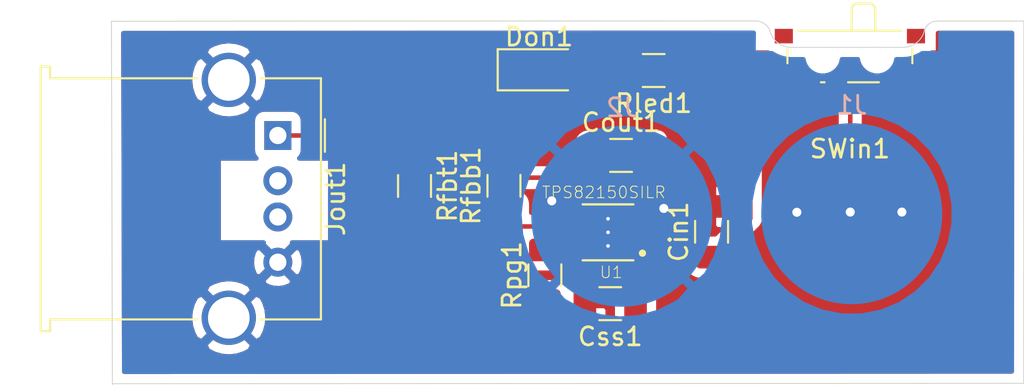
<source format=kicad_pcb>
(kicad_pcb (version 20171130) (host pcbnew "(5.1.6)-1")

  (general
    (thickness 1.6)
    (drawings 10)
    (tracks 61)
    (zones 0)
    (modules 13)
    (nets 12)
  )

  (page A4)
  (layers
    (0 F.Cu signal)
    (31 B.Cu signal)
    (32 B.Adhes user)
    (33 F.Adhes user)
    (34 B.Paste user)
    (35 F.Paste user)
    (36 B.SilkS user)
    (37 F.SilkS user)
    (38 B.Mask user)
    (39 F.Mask user)
    (40 Dwgs.User user)
    (41 Cmts.User user)
    (42 Eco1.User user)
    (43 Eco2.User user)
    (44 Edge.Cuts user)
    (45 Margin user)
    (46 B.CrtYd user)
    (47 F.CrtYd user)
    (48 B.Fab user)
    (49 F.Fab user)
  )

  (setup
    (last_trace_width 0.25)
    (trace_clearance 0.2)
    (zone_clearance 0.508)
    (zone_45_only no)
    (trace_min 0.2)
    (via_size 0.8)
    (via_drill 0.4)
    (via_min_size 0.4)
    (via_min_drill 0.3)
    (uvia_size 0.3)
    (uvia_drill 0.1)
    (uvias_allowed no)
    (uvia_min_size 0.2)
    (uvia_min_drill 0.1)
    (edge_width 0.05)
    (segment_width 0.2)
    (pcb_text_width 0.3)
    (pcb_text_size 1.5 1.5)
    (mod_edge_width 0.12)
    (mod_text_size 1 1)
    (mod_text_width 0.15)
    (pad_size 1.524 1.524)
    (pad_drill 0.762)
    (pad_to_mask_clearance 0.05)
    (aux_axis_origin 0 0)
    (visible_elements 7FFFFFFF)
    (pcbplotparams
      (layerselection 0x010fc_ffffffff)
      (usegerberextensions false)
      (usegerberattributes true)
      (usegerberadvancedattributes true)
      (creategerberjobfile true)
      (excludeedgelayer true)
      (linewidth 0.100000)
      (plotframeref false)
      (viasonmask false)
      (mode 1)
      (useauxorigin false)
      (hpglpennumber 1)
      (hpglpenspeed 20)
      (hpglpendiameter 15.000000)
      (psnegative false)
      (psa4output false)
      (plotreference true)
      (plotvalue true)
      (plotinvisibletext false)
      (padsonsilk false)
      (subtractmaskfromsilk false)
      (outputformat 1)
      (mirror false)
      (drillshape 0)
      (scaleselection 1)
      (outputdirectory "./"))
  )

  (net 0 "")
  (net 1 GND)
  (net 2 +9V)
  (net 3 +5V)
  (net 4 "Net-(Css1-Pad1)")
  (net 5 "Net-(Don1-Pad2)")
  (net 6 "Net-(Jout1-Pad3)")
  (net 7 "Net-(Jout1-Pad2)")
  (net 8 "Net-(Rpg1-Pad2)")
  (net 9 -BATT)
  (net 10 /REF)
  (net 11 "Net-(SWin1-Pad1)")

  (net_class Default "This is the default net class."
    (clearance 0.2)
    (trace_width 0.25)
    (via_dia 0.8)
    (via_drill 0.4)
    (uvia_dia 0.3)
    (uvia_drill 0.1)
    (add_net +5V)
    (add_net +9V)
    (add_net -BATT)
    (add_net /REF)
    (add_net GND)
    (add_net "Net-(Css1-Pad1)")
    (add_net "Net-(Don1-Pad2)")
    (add_net "Net-(Jout1-Pad2)")
    (add_net "Net-(Jout1-Pad3)")
    (add_net "Net-(Rpg1-Pad2)")
    (add_net "Net-(SWin1-Pad1)")
  )

  (module Button_Switch_SMD:SW_SPDT_PCM12 (layer F.Cu) (tedit 5A02FC95) (tstamp 60581347)
    (at 153.56 62.1 180)
    (descr "Ultraminiature Surface Mount Slide Switch, right-angle, https://www.ckswitches.com/media/1424/pcm.pdf")
    (path /605AFB20)
    (attr smd)
    (fp_text reference SWin1 (at 0 -4.8) (layer F.SilkS)
      (effects (font (size 1 1) (thickness 0.15)))
    )
    (fp_text value SW_DPDT_x2 (at 0 -2.9) (layer F.Fab)
      (effects (font (size 1 1) (thickness 0.15)))
    )
    (fp_text user %R (at 0 0) (layer F.Fab)
      (effects (font (size 1 1) (thickness 0.15)))
    )
    (fp_line (start -1.4 1.65) (end -1.4 2.95) (layer F.Fab) (width 0.1))
    (fp_line (start -1.4 2.95) (end -1.2 3.15) (layer F.Fab) (width 0.1))
    (fp_line (start -1.2 3.15) (end -0.35 3.15) (layer F.Fab) (width 0.1))
    (fp_line (start -0.35 3.15) (end -0.15 2.95) (layer F.Fab) (width 0.1))
    (fp_line (start -0.15 2.95) (end -0.1 2.9) (layer F.Fab) (width 0.1))
    (fp_line (start -0.1 2.9) (end -0.1 1.6) (layer F.Fab) (width 0.1))
    (fp_line (start -3.35 -1) (end -3.35 1.6) (layer F.Fab) (width 0.1))
    (fp_line (start -3.35 1.6) (end 3.35 1.6) (layer F.Fab) (width 0.1))
    (fp_line (start 3.35 1.6) (end 3.35 -1) (layer F.Fab) (width 0.1))
    (fp_line (start 3.35 -1) (end -3.35 -1) (layer F.Fab) (width 0.1))
    (fp_line (start 1.4 -1.12) (end 1.6 -1.12) (layer F.SilkS) (width 0.12))
    (fp_line (start -4.4 -2.45) (end 4.4 -2.45) (layer F.CrtYd) (width 0.05))
    (fp_line (start 4.4 -2.45) (end 4.4 2.1) (layer F.CrtYd) (width 0.05))
    (fp_line (start 4.4 2.1) (end 1.65 2.1) (layer F.CrtYd) (width 0.05))
    (fp_line (start 1.65 2.1) (end 1.65 3.4) (layer F.CrtYd) (width 0.05))
    (fp_line (start 1.65 3.4) (end -1.65 3.4) (layer F.CrtYd) (width 0.05))
    (fp_line (start -1.65 3.4) (end -1.65 2.1) (layer F.CrtYd) (width 0.05))
    (fp_line (start -1.65 2.1) (end -4.4 2.1) (layer F.CrtYd) (width 0.05))
    (fp_line (start -4.4 2.1) (end -4.4 -2.45) (layer F.CrtYd) (width 0.05))
    (fp_line (start -1.4 3.02) (end -1.2 3.23) (layer F.SilkS) (width 0.12))
    (fp_line (start -0.1 3.02) (end -0.3 3.23) (layer F.SilkS) (width 0.12))
    (fp_line (start -1.4 1.73) (end -1.4 3.02) (layer F.SilkS) (width 0.12))
    (fp_line (start -1.2 3.23) (end -0.3 3.23) (layer F.SilkS) (width 0.12))
    (fp_line (start -0.1 3.02) (end -0.1 1.73) (layer F.SilkS) (width 0.12))
    (fp_line (start -2.85 1.73) (end 2.85 1.73) (layer F.SilkS) (width 0.12))
    (fp_line (start -1.6 -1.12) (end 0.1 -1.12) (layer F.SilkS) (width 0.12))
    (fp_line (start -3.45 -0.07) (end -3.45 0.72) (layer F.SilkS) (width 0.12))
    (fp_line (start 3.45 0.72) (end 3.45 -0.07) (layer F.SilkS) (width 0.12))
    (pad "" smd rect (at -3.65 -0.78 180) (size 1 0.8) (layers F.Cu F.Paste F.Mask))
    (pad "" smd rect (at 3.65 -0.78 180) (size 1 0.8) (layers F.Cu F.Paste F.Mask))
    (pad "" smd rect (at 3.65 1.43 180) (size 1 0.8) (layers F.Cu F.Paste F.Mask))
    (pad "" smd rect (at -3.65 1.43 180) (size 1 0.8) (layers F.Cu F.Paste F.Mask))
    (pad 3 smd rect (at 2.25 -1.43 180) (size 0.7 1.5) (layers F.Cu F.Paste F.Mask)
      (net 2 +9V))
    (pad 2 smd rect (at 0.75 -1.43 180) (size 0.7 1.5) (layers F.Cu F.Paste F.Mask)
      (net 9 -BATT))
    (pad 1 smd rect (at -2.25 -1.43 180) (size 0.7 1.5) (layers F.Cu F.Paste F.Mask)
      (net 11 "Net-(SWin1-Pad1)"))
    (pad "" np_thru_hole circle (at 1.5 0.33 180) (size 0.9 0.9) (drill 0.9) (layers *.Cu *.Mask))
    (pad "" np_thru_hole circle (at -1.5 0.33 180) (size 0.9 0.9) (drill 0.9) (layers *.Cu *.Mask))
    (model ${KISYS3DMOD}/Button_Switch_SMD.3dshapes/SW_SPDT_PCM12.wrl
      (at (xyz 0 0 0))
      (scale (xyz 1 1 1))
      (rotate (xyz 0 0 0))
    )
  )

  (module Yu_9V_charger:TestPoint_Pad_D10.0mm (layer B.Cu) (tedit 60488145) (tstamp 6058AF6B)
    (at 140.96 70.62 180)
    (path /605CD1D5)
    (fp_text reference J2 (at 0 6) (layer B.SilkS)
      (effects (font (size 1 1) (thickness 0.15)) (justify mirror))
    )
    (fp_text value Conn_01x01 (at 0 0) (layer B.Fab)
      (effects (font (size 1 1) (thickness 0.15)) (justify mirror))
    )
    (pad 1 smd circle (at 0 0 180) (size 10 10) (layers B.Cu B.Paste B.Mask)
      (net 1 GND))
  )

  (module Yu_9V_charger:TestPoint_Pad_D10.0mm (layer B.Cu) (tedit 60488145) (tstamp 6058A7E7)
    (at 153.66 70.48 180)
    (path /605CCA53)
    (fp_text reference J1 (at 0 6) (layer B.SilkS)
      (effects (font (size 1 1) (thickness 0.15)) (justify mirror))
    )
    (fp_text value Conn_01x01 (at 0 0) (layer B.Fab)
      (effects (font (size 1 1) (thickness 0.15)) (justify mirror))
    )
    (pad 1 smd circle (at 0 0 180) (size 10 10) (layers B.Cu B.Paste B.Mask)
      (net 9 -BATT))
    (model "C:/Users/ahmed/OneDrive/imp/work/Yu_KiCAD Design of 9V USB Battery Charger/postive.stl"
      (at (xyz 0 0 0))
      (scale (xyz 1 1 1))
      (rotate (xyz 0 0 0))
    )
  )

  (module TPS82150SILR:CONV_TPS82150SILR (layer F.Cu) (tedit 0) (tstamp 60587CC7)
    (at 140.2 71.51 180)
    (path /60577881)
    (attr smd)
    (fp_text reference U1 (at -0.1744 -2.2064) (layer F.SilkS)
      (effects (font (size 0.64 0.64) (thickness 0.05)))
    )
    (fp_text value TPS82150SILR (at 0.232 2.2064) (layer F.SilkS)
      (effects (font (size 0.64 0.64) (thickness 0.05)))
    )
    (fp_poly (pts (xy -0.52 -0.95) (xy 0.52 -0.95) (xy 0.52 -0.1) (xy -0.52 -0.1)) (layer F.Paste) (width 0))
    (fp_poly (pts (xy -0.52 0.1) (xy 0.52 0.1) (xy 0.52 0.95) (xy -0.52 0.95)) (layer F.Paste) (width 0))
    (fp_line (start -1.4 -1.5) (end -1.4 1.5) (layer Eco2.User) (width 0.127))
    (fp_line (start -1.4 1.5) (end 1.4 1.5) (layer Eco2.User) (width 0.127))
    (fp_line (start 1.4 1.5) (end 1.4 -1.5) (layer Eco2.User) (width 0.127))
    (fp_line (start 1.4 -1.5) (end -1.4 -1.5) (layer Eco2.User) (width 0.127))
    (fp_line (start 1.4 -1.545) (end -1.4 -1.545) (layer F.SilkS) (width 0.127))
    (fp_line (start -1.4 1.545) (end 1.4 1.545) (layer F.SilkS) (width 0.127))
    (fp_line (start -1.6 -1.75) (end -1.6 1.75) (layer Eco1.User) (width 0.05))
    (fp_line (start -1.6 1.75) (end 1.6 1.75) (layer Eco1.User) (width 0.05))
    (fp_line (start 1.6 1.75) (end 1.6 -1.75) (layer Eco1.User) (width 0.05))
    (fp_line (start 1.6 -1.75) (end -1.6 -1.75) (layer Eco1.User) (width 0.05))
    (fp_circle (center -1.9 -1.15) (end -1.8 -1.15) (layer Eco2.User) (width 0.2))
    (fp_circle (center -1.9 -1.15) (end -1.8 -1.15) (layer F.SilkS) (width 0.2))
    (fp_poly (pts (xy -0.85 -0.775) (xy -1.25 -0.775) (xy -1.25262 -0.775069) (xy -1.25523 -0.775274)
      (xy -1.25782 -0.775616) (xy -1.2604 -0.776093) (xy -1.26294 -0.776704) (xy -1.26545 -0.777447)
      (xy -1.26792 -0.778321) (xy -1.27034 -0.779323) (xy -1.2727 -0.78045) (xy -1.275 -0.781699)
      (xy -1.27723 -0.783066) (xy -1.27939 -0.784549) (xy -1.28147 -0.786143) (xy -1.28346 -0.787843)
      (xy -1.28536 -0.789645) (xy -1.28716 -0.791543) (xy -1.28886 -0.793534) (xy -1.29045 -0.795611)
      (xy -1.29193 -0.797768) (xy -1.2933 -0.8) (xy -1.29455 -0.8023) (xy -1.29568 -0.804663)
      (xy -1.29668 -0.807082) (xy -1.29755 -0.809549) (xy -1.2983 -0.812059) (xy -1.29891 -0.814604)
      (xy -1.29938 -0.817178) (xy -1.29973 -0.819774) (xy -1.29993 -0.822383) (xy -1.3 -0.825)
      (xy -1.3 -1.125) (xy -1.29993 -1.12762) (xy -1.29973 -1.13023) (xy -1.29938 -1.13282)
      (xy -1.29891 -1.1354) (xy -1.2983 -1.13794) (xy -1.29755 -1.14045) (xy -1.29668 -1.14292)
      (xy -1.29568 -1.14534) (xy -1.29455 -1.1477) (xy -1.2933 -1.15) (xy -1.29193 -1.15223)
      (xy -1.29045 -1.15439) (xy -1.28886 -1.15647) (xy -1.28716 -1.15846) (xy -1.28536 -1.16036)
      (xy -1.28346 -1.16216) (xy -1.28147 -1.16386) (xy -1.27939 -1.16545) (xy -1.27723 -1.16693)
      (xy -1.275 -1.1683) (xy -1.2727 -1.16955) (xy -1.27034 -1.17068) (xy -1.26792 -1.17168)
      (xy -1.26545 -1.17255) (xy -1.26294 -1.1733) (xy -1.2604 -1.17391) (xy -1.25782 -1.17438)
      (xy -1.25523 -1.17473) (xy -1.25262 -1.17493) (xy -1.25 -1.175) (xy -0.85 -1.175)
      (xy -0.847383 -1.17493) (xy -0.844774 -1.17473) (xy -0.842178 -1.17438) (xy -0.839604 -1.17391)
      (xy -0.837059 -1.1733) (xy -0.834549 -1.17255) (xy -0.832082 -1.17168) (xy -0.829663 -1.17068)
      (xy -0.8273 -1.16955) (xy -0.825 -1.1683) (xy -0.822768 -1.16693) (xy -0.820611 -1.16545)
      (xy -0.818534 -1.16386) (xy -0.816543 -1.16216) (xy -0.814645 -1.16036) (xy -0.812843 -1.15846)
      (xy -0.811143 -1.15647) (xy -0.809549 -1.15439) (xy -0.808066 -1.15223) (xy -0.806699 -1.15)
      (xy -0.80545 -1.1477) (xy -0.804323 -1.14534) (xy -0.803321 -1.14292) (xy -0.802447 -1.14045)
      (xy -0.801704 -1.13794) (xy -0.801093 -1.1354) (xy -0.800616 -1.13282) (xy -0.800274 -1.13023)
      (xy -0.800069 -1.12762) (xy -0.8 -1.125) (xy -0.8 -0.825) (xy -0.800069 -0.822383)
      (xy -0.800274 -0.819774) (xy -0.800616 -0.817178) (xy -0.801093 -0.814604) (xy -0.801704 -0.812059)
      (xy -0.802447 -0.809549) (xy -0.803321 -0.807082) (xy -0.804323 -0.804663) (xy -0.80545 -0.8023)
      (xy -0.806699 -0.8) (xy -0.808066 -0.797768) (xy -0.809549 -0.795611) (xy -0.811143 -0.793534)
      (xy -0.812843 -0.791543) (xy -0.814645 -0.789645) (xy -0.816543 -0.787843) (xy -0.818534 -0.786143)
      (xy -0.820611 -0.784549) (xy -0.822768 -0.783066) (xy -0.825 -0.781699) (xy -0.8273 -0.78045)
      (xy -0.829663 -0.779323) (xy -0.832082 -0.778321) (xy -0.834549 -0.777447) (xy -0.837059 -0.776704)
      (xy -0.839604 -0.776093) (xy -0.842178 -0.775616) (xy -0.844774 -0.775274) (xy -0.847383 -0.775069)) (layer F.Mask) (width 0.01))
    (fp_poly (pts (xy -0.85 -0.125) (xy -1.25 -0.125) (xy -1.25262 -0.125069) (xy -1.25523 -0.125274)
      (xy -1.25782 -0.125616) (xy -1.2604 -0.126093) (xy -1.26294 -0.126704) (xy -1.26545 -0.127447)
      (xy -1.26792 -0.128321) (xy -1.27034 -0.129323) (xy -1.2727 -0.13045) (xy -1.275 -0.131699)
      (xy -1.27723 -0.133066) (xy -1.27939 -0.134549) (xy -1.28147 -0.136143) (xy -1.28346 -0.137843)
      (xy -1.28536 -0.139645) (xy -1.28716 -0.141543) (xy -1.28886 -0.143534) (xy -1.29045 -0.145611)
      (xy -1.29193 -0.147768) (xy -1.2933 -0.15) (xy -1.29455 -0.1523) (xy -1.29568 -0.154663)
      (xy -1.29668 -0.157082) (xy -1.29755 -0.159549) (xy -1.2983 -0.162059) (xy -1.29891 -0.164604)
      (xy -1.29938 -0.167178) (xy -1.29973 -0.169774) (xy -1.29993 -0.172383) (xy -1.3 -0.175)
      (xy -1.3 -0.475) (xy -1.29993 -0.477617) (xy -1.29973 -0.480226) (xy -1.29938 -0.482822)
      (xy -1.29891 -0.485396) (xy -1.2983 -0.487941) (xy -1.29755 -0.490451) (xy -1.29668 -0.492918)
      (xy -1.29568 -0.495337) (xy -1.29455 -0.4977) (xy -1.2933 -0.5) (xy -1.29193 -0.502232)
      (xy -1.29045 -0.504389) (xy -1.28886 -0.506466) (xy -1.28716 -0.508457) (xy -1.28536 -0.510355)
      (xy -1.28346 -0.512157) (xy -1.28147 -0.513857) (xy -1.27939 -0.515451) (xy -1.27723 -0.516934)
      (xy -1.275 -0.518301) (xy -1.2727 -0.51955) (xy -1.27034 -0.520677) (xy -1.26792 -0.521679)
      (xy -1.26545 -0.522553) (xy -1.26294 -0.523296) (xy -1.2604 -0.523907) (xy -1.25782 -0.524384)
      (xy -1.25523 -0.524726) (xy -1.25262 -0.524931) (xy -1.25 -0.525) (xy -0.85 -0.525)
      (xy -0.847383 -0.524931) (xy -0.844774 -0.524726) (xy -0.842178 -0.524384) (xy -0.839604 -0.523907)
      (xy -0.837059 -0.523296) (xy -0.834549 -0.522553) (xy -0.832082 -0.521679) (xy -0.829663 -0.520677)
      (xy -0.8273 -0.51955) (xy -0.825 -0.518301) (xy -0.822768 -0.516934) (xy -0.820611 -0.515451)
      (xy -0.818534 -0.513857) (xy -0.816543 -0.512157) (xy -0.814645 -0.510355) (xy -0.812843 -0.508457)
      (xy -0.811143 -0.506466) (xy -0.809549 -0.504389) (xy -0.808066 -0.502232) (xy -0.806699 -0.5)
      (xy -0.80545 -0.4977) (xy -0.804323 -0.495337) (xy -0.803321 -0.492918) (xy -0.802447 -0.490451)
      (xy -0.801704 -0.487941) (xy -0.801093 -0.485396) (xy -0.800616 -0.482822) (xy -0.800274 -0.480226)
      (xy -0.800069 -0.477617) (xy -0.8 -0.475) (xy -0.8 -0.175) (xy -0.800069 -0.172383)
      (xy -0.800274 -0.169774) (xy -0.800616 -0.167178) (xy -0.801093 -0.164604) (xy -0.801704 -0.162059)
      (xy -0.802447 -0.159549) (xy -0.803321 -0.157082) (xy -0.804323 -0.154663) (xy -0.80545 -0.1523)
      (xy -0.806699 -0.15) (xy -0.808066 -0.147768) (xy -0.809549 -0.145611) (xy -0.811143 -0.143534)
      (xy -0.812843 -0.141543) (xy -0.814645 -0.139645) (xy -0.816543 -0.137843) (xy -0.818534 -0.136143)
      (xy -0.820611 -0.134549) (xy -0.822768 -0.133066) (xy -0.825 -0.131699) (xy -0.8273 -0.13045)
      (xy -0.829663 -0.129323) (xy -0.832082 -0.128321) (xy -0.834549 -0.127447) (xy -0.837059 -0.126704)
      (xy -0.839604 -0.126093) (xy -0.842178 -0.125616) (xy -0.844774 -0.125274) (xy -0.847383 -0.125069)) (layer F.Mask) (width 0.01))
    (fp_poly (pts (xy -0.85 0.525) (xy -1.25 0.525) (xy -1.25262 0.524931) (xy -1.25523 0.524726)
      (xy -1.25782 0.524384) (xy -1.2604 0.523907) (xy -1.26294 0.523296) (xy -1.26545 0.522553)
      (xy -1.26792 0.521679) (xy -1.27034 0.520677) (xy -1.2727 0.51955) (xy -1.275 0.518301)
      (xy -1.27723 0.516934) (xy -1.27939 0.515451) (xy -1.28147 0.513857) (xy -1.28346 0.512157)
      (xy -1.28536 0.510355) (xy -1.28716 0.508457) (xy -1.28886 0.506466) (xy -1.29045 0.504389)
      (xy -1.29193 0.502232) (xy -1.2933 0.5) (xy -1.29455 0.4977) (xy -1.29568 0.495337)
      (xy -1.29668 0.492918) (xy -1.29755 0.490451) (xy -1.2983 0.487941) (xy -1.29891 0.485396)
      (xy -1.29938 0.482822) (xy -1.29973 0.480226) (xy -1.29993 0.477617) (xy -1.3 0.475)
      (xy -1.3 0.175) (xy -1.29993 0.172383) (xy -1.29973 0.169774) (xy -1.29938 0.167178)
      (xy -1.29891 0.164604) (xy -1.2983 0.162059) (xy -1.29755 0.159549) (xy -1.29668 0.157082)
      (xy -1.29568 0.154663) (xy -1.29455 0.1523) (xy -1.2933 0.15) (xy -1.29193 0.147768)
      (xy -1.29045 0.145611) (xy -1.28886 0.143534) (xy -1.28716 0.141543) (xy -1.28536 0.139645)
      (xy -1.28346 0.137843) (xy -1.28147 0.136143) (xy -1.27939 0.134549) (xy -1.27723 0.133066)
      (xy -1.275 0.131699) (xy -1.2727 0.13045) (xy -1.27034 0.129323) (xy -1.26792 0.128321)
      (xy -1.26545 0.127447) (xy -1.26294 0.126704) (xy -1.2604 0.126093) (xy -1.25782 0.125616)
      (xy -1.25523 0.125274) (xy -1.25262 0.125069) (xy -1.25 0.125) (xy -0.85 0.125)
      (xy -0.847383 0.125069) (xy -0.844774 0.125274) (xy -0.842178 0.125616) (xy -0.839604 0.126093)
      (xy -0.837059 0.126704) (xy -0.834549 0.127447) (xy -0.832082 0.128321) (xy -0.829663 0.129323)
      (xy -0.8273 0.13045) (xy -0.825 0.131699) (xy -0.822768 0.133066) (xy -0.820611 0.134549)
      (xy -0.818534 0.136143) (xy -0.816543 0.137843) (xy -0.814645 0.139645) (xy -0.812843 0.141543)
      (xy -0.811143 0.143534) (xy -0.809549 0.145611) (xy -0.808066 0.147768) (xy -0.806699 0.15)
      (xy -0.80545 0.1523) (xy -0.804323 0.154663) (xy -0.803321 0.157082) (xy -0.802447 0.159549)
      (xy -0.801704 0.162059) (xy -0.801093 0.164604) (xy -0.800616 0.167178) (xy -0.800274 0.169774)
      (xy -0.800069 0.172383) (xy -0.8 0.175) (xy -0.8 0.475) (xy -0.800069 0.477617)
      (xy -0.800274 0.480226) (xy -0.800616 0.482822) (xy -0.801093 0.485396) (xy -0.801704 0.487941)
      (xy -0.802447 0.490451) (xy -0.803321 0.492918) (xy -0.804323 0.495337) (xy -0.80545 0.4977)
      (xy -0.806699 0.5) (xy -0.808066 0.502232) (xy -0.809549 0.504389) (xy -0.811143 0.506466)
      (xy -0.812843 0.508457) (xy -0.814645 0.510355) (xy -0.816543 0.512157) (xy -0.818534 0.513857)
      (xy -0.820611 0.515451) (xy -0.822768 0.516934) (xy -0.825 0.518301) (xy -0.8273 0.51955)
      (xy -0.829663 0.520677) (xy -0.832082 0.521679) (xy -0.834549 0.522553) (xy -0.837059 0.523296)
      (xy -0.839604 0.523907) (xy -0.842178 0.524384) (xy -0.844774 0.524726) (xy -0.847383 0.524931)) (layer F.Mask) (width 0.01))
    (fp_poly (pts (xy -0.85 1.175) (xy -1.25 1.175) (xy -1.25262 1.17493) (xy -1.25523 1.17473)
      (xy -1.25782 1.17438) (xy -1.2604 1.17391) (xy -1.26294 1.1733) (xy -1.26545 1.17255)
      (xy -1.26792 1.17168) (xy -1.27034 1.17068) (xy -1.2727 1.16955) (xy -1.275 1.1683)
      (xy -1.27723 1.16693) (xy -1.27939 1.16545) (xy -1.28147 1.16386) (xy -1.28346 1.16216)
      (xy -1.28536 1.16036) (xy -1.28716 1.15846) (xy -1.28886 1.15647) (xy -1.29045 1.15439)
      (xy -1.29193 1.15223) (xy -1.2933 1.15) (xy -1.29455 1.1477) (xy -1.29568 1.14534)
      (xy -1.29668 1.14292) (xy -1.29755 1.14045) (xy -1.2983 1.13794) (xy -1.29891 1.1354)
      (xy -1.29938 1.13282) (xy -1.29973 1.13023) (xy -1.29993 1.12762) (xy -1.3 1.125)
      (xy -1.3 0.825) (xy -1.29993 0.822383) (xy -1.29973 0.819774) (xy -1.29938 0.817178)
      (xy -1.29891 0.814604) (xy -1.2983 0.812059) (xy -1.29755 0.809549) (xy -1.29668 0.807082)
      (xy -1.29568 0.804663) (xy -1.29455 0.8023) (xy -1.2933 0.8) (xy -1.29193 0.797768)
      (xy -1.29045 0.795611) (xy -1.28886 0.793534) (xy -1.28716 0.791543) (xy -1.28536 0.789645)
      (xy -1.28346 0.787843) (xy -1.28147 0.786143) (xy -1.27939 0.784549) (xy -1.27723 0.783066)
      (xy -1.275 0.781699) (xy -1.2727 0.78045) (xy -1.27034 0.779323) (xy -1.26792 0.778321)
      (xy -1.26545 0.777447) (xy -1.26294 0.776704) (xy -1.2604 0.776093) (xy -1.25782 0.775616)
      (xy -1.25523 0.775274) (xy -1.25262 0.775069) (xy -1.25 0.775) (xy -0.85 0.775)
      (xy -0.847383 0.775069) (xy -0.844774 0.775274) (xy -0.842178 0.775616) (xy -0.839604 0.776093)
      (xy -0.837059 0.776704) (xy -0.834549 0.777447) (xy -0.832082 0.778321) (xy -0.829663 0.779323)
      (xy -0.8273 0.78045) (xy -0.825 0.781699) (xy -0.822768 0.783066) (xy -0.820611 0.784549)
      (xy -0.818534 0.786143) (xy -0.816543 0.787843) (xy -0.814645 0.789645) (xy -0.812843 0.791543)
      (xy -0.811143 0.793534) (xy -0.809549 0.795611) (xy -0.808066 0.797768) (xy -0.806699 0.8)
      (xy -0.80545 0.8023) (xy -0.804323 0.804663) (xy -0.803321 0.807082) (xy -0.802447 0.809549)
      (xy -0.801704 0.812059) (xy -0.801093 0.814604) (xy -0.800616 0.817178) (xy -0.800274 0.819774)
      (xy -0.800069 0.822383) (xy -0.8 0.825) (xy -0.8 1.125) (xy -0.800069 1.12762)
      (xy -0.800274 1.13023) (xy -0.800616 1.13282) (xy -0.801093 1.1354) (xy -0.801704 1.13794)
      (xy -0.802447 1.14045) (xy -0.803321 1.14292) (xy -0.804323 1.14534) (xy -0.80545 1.1477)
      (xy -0.806699 1.15) (xy -0.808066 1.15223) (xy -0.809549 1.15439) (xy -0.811143 1.15647)
      (xy -0.812843 1.15846) (xy -0.814645 1.16036) (xy -0.816543 1.16216) (xy -0.818534 1.16386)
      (xy -0.820611 1.16545) (xy -0.822768 1.16693) (xy -0.825 1.1683) (xy -0.8273 1.16955)
      (xy -0.829663 1.17068) (xy -0.832082 1.17168) (xy -0.834549 1.17255) (xy -0.837059 1.1733)
      (xy -0.839604 1.17391) (xy -0.842178 1.17438) (xy -0.844774 1.17473) (xy -0.847383 1.17493)) (layer F.Mask) (width 0.01))
    (fp_poly (pts (xy 1.25 -0.775) (xy 0.85 -0.775) (xy 0.847383 -0.775069) (xy 0.844774 -0.775274)
      (xy 0.842178 -0.775616) (xy 0.839604 -0.776093) (xy 0.837059 -0.776704) (xy 0.834549 -0.777447)
      (xy 0.832082 -0.778321) (xy 0.829663 -0.779323) (xy 0.8273 -0.78045) (xy 0.825 -0.781699)
      (xy 0.822768 -0.783066) (xy 0.820611 -0.784549) (xy 0.818534 -0.786143) (xy 0.816543 -0.787843)
      (xy 0.814645 -0.789645) (xy 0.812843 -0.791543) (xy 0.811143 -0.793534) (xy 0.809549 -0.795611)
      (xy 0.808066 -0.797768) (xy 0.806699 -0.8) (xy 0.80545 -0.8023) (xy 0.804323 -0.804663)
      (xy 0.803321 -0.807082) (xy 0.802447 -0.809549) (xy 0.801704 -0.812059) (xy 0.801093 -0.814604)
      (xy 0.800616 -0.817178) (xy 0.800274 -0.819774) (xy 0.800069 -0.822383) (xy 0.8 -0.825)
      (xy 0.8 -1.125) (xy 0.800069 -1.12762) (xy 0.800274 -1.13023) (xy 0.800616 -1.13282)
      (xy 0.801093 -1.1354) (xy 0.801704 -1.13794) (xy 0.802447 -1.14045) (xy 0.803321 -1.14292)
      (xy 0.804323 -1.14534) (xy 0.80545 -1.1477) (xy 0.806699 -1.15) (xy 0.808066 -1.15223)
      (xy 0.809549 -1.15439) (xy 0.811143 -1.15647) (xy 0.812843 -1.15846) (xy 0.814645 -1.16036)
      (xy 0.816543 -1.16216) (xy 0.818534 -1.16386) (xy 0.820611 -1.16545) (xy 0.822768 -1.16693)
      (xy 0.825 -1.1683) (xy 0.8273 -1.16955) (xy 0.829663 -1.17068) (xy 0.832082 -1.17168)
      (xy 0.834549 -1.17255) (xy 0.837059 -1.1733) (xy 0.839604 -1.17391) (xy 0.842178 -1.17438)
      (xy 0.844774 -1.17473) (xy 0.847383 -1.17493) (xy 0.85 -1.175) (xy 1.25 -1.175)
      (xy 1.25262 -1.17493) (xy 1.25523 -1.17473) (xy 1.25782 -1.17438) (xy 1.2604 -1.17391)
      (xy 1.26294 -1.1733) (xy 1.26545 -1.17255) (xy 1.26792 -1.17168) (xy 1.27034 -1.17068)
      (xy 1.2727 -1.16955) (xy 1.275 -1.1683) (xy 1.27723 -1.16693) (xy 1.27939 -1.16545)
      (xy 1.28147 -1.16386) (xy 1.28346 -1.16216) (xy 1.28536 -1.16036) (xy 1.28716 -1.15846)
      (xy 1.28886 -1.15647) (xy 1.29045 -1.15439) (xy 1.29193 -1.15223) (xy 1.2933 -1.15)
      (xy 1.29455 -1.1477) (xy 1.29568 -1.14534) (xy 1.29668 -1.14292) (xy 1.29755 -1.14045)
      (xy 1.2983 -1.13794) (xy 1.29891 -1.1354) (xy 1.29938 -1.13282) (xy 1.29973 -1.13023)
      (xy 1.29993 -1.12762) (xy 1.3 -1.125) (xy 1.3 -0.825) (xy 1.29993 -0.822383)
      (xy 1.29973 -0.819774) (xy 1.29938 -0.817178) (xy 1.29891 -0.814604) (xy 1.2983 -0.812059)
      (xy 1.29755 -0.809549) (xy 1.29668 -0.807082) (xy 1.29568 -0.804663) (xy 1.29455 -0.8023)
      (xy 1.2933 -0.8) (xy 1.29193 -0.797768) (xy 1.29045 -0.795611) (xy 1.28886 -0.793534)
      (xy 1.28716 -0.791543) (xy 1.28536 -0.789645) (xy 1.28346 -0.787843) (xy 1.28147 -0.786143)
      (xy 1.27939 -0.784549) (xy 1.27723 -0.783066) (xy 1.275 -0.781699) (xy 1.2727 -0.78045)
      (xy 1.27034 -0.779323) (xy 1.26792 -0.778321) (xy 1.26545 -0.777447) (xy 1.26294 -0.776704)
      (xy 1.2604 -0.776093) (xy 1.25782 -0.775616) (xy 1.25523 -0.775274) (xy 1.25262 -0.775069)) (layer F.Mask) (width 0.01))
    (fp_poly (pts (xy 1.25 -0.125) (xy 0.85 -0.125) (xy 0.847383 -0.125069) (xy 0.844774 -0.125274)
      (xy 0.842178 -0.125616) (xy 0.839604 -0.126093) (xy 0.837059 -0.126704) (xy 0.834549 -0.127447)
      (xy 0.832082 -0.128321) (xy 0.829663 -0.129323) (xy 0.8273 -0.13045) (xy 0.825 -0.131699)
      (xy 0.822768 -0.133066) (xy 0.820611 -0.134549) (xy 0.818534 -0.136143) (xy 0.816543 -0.137843)
      (xy 0.814645 -0.139645) (xy 0.812843 -0.141543) (xy 0.811143 -0.143534) (xy 0.809549 -0.145611)
      (xy 0.808066 -0.147768) (xy 0.806699 -0.15) (xy 0.80545 -0.1523) (xy 0.804323 -0.154663)
      (xy 0.803321 -0.157082) (xy 0.802447 -0.159549) (xy 0.801704 -0.162059) (xy 0.801093 -0.164604)
      (xy 0.800616 -0.167178) (xy 0.800274 -0.169774) (xy 0.800069 -0.172383) (xy 0.8 -0.175)
      (xy 0.8 -0.475) (xy 0.800069 -0.477617) (xy 0.800274 -0.480226) (xy 0.800616 -0.482822)
      (xy 0.801093 -0.485396) (xy 0.801704 -0.487941) (xy 0.802447 -0.490451) (xy 0.803321 -0.492918)
      (xy 0.804323 -0.495337) (xy 0.80545 -0.4977) (xy 0.806699 -0.5) (xy 0.808066 -0.502232)
      (xy 0.809549 -0.504389) (xy 0.811143 -0.506466) (xy 0.812843 -0.508457) (xy 0.814645 -0.510355)
      (xy 0.816543 -0.512157) (xy 0.818534 -0.513857) (xy 0.820611 -0.515451) (xy 0.822768 -0.516934)
      (xy 0.825 -0.518301) (xy 0.8273 -0.51955) (xy 0.829663 -0.520677) (xy 0.832082 -0.521679)
      (xy 0.834549 -0.522553) (xy 0.837059 -0.523296) (xy 0.839604 -0.523907) (xy 0.842178 -0.524384)
      (xy 0.844774 -0.524726) (xy 0.847383 -0.524931) (xy 0.85 -0.525) (xy 1.25 -0.525)
      (xy 1.25262 -0.524931) (xy 1.25523 -0.524726) (xy 1.25782 -0.524384) (xy 1.2604 -0.523907)
      (xy 1.26294 -0.523296) (xy 1.26545 -0.522553) (xy 1.26792 -0.521679) (xy 1.27034 -0.520677)
      (xy 1.2727 -0.51955) (xy 1.275 -0.518301) (xy 1.27723 -0.516934) (xy 1.27939 -0.515451)
      (xy 1.28147 -0.513857) (xy 1.28346 -0.512157) (xy 1.28536 -0.510355) (xy 1.28716 -0.508457)
      (xy 1.28886 -0.506466) (xy 1.29045 -0.504389) (xy 1.29193 -0.502232) (xy 1.2933 -0.5)
      (xy 1.29455 -0.4977) (xy 1.29568 -0.495337) (xy 1.29668 -0.492918) (xy 1.29755 -0.490451)
      (xy 1.2983 -0.487941) (xy 1.29891 -0.485396) (xy 1.29938 -0.482822) (xy 1.29973 -0.480226)
      (xy 1.29993 -0.477617) (xy 1.3 -0.475) (xy 1.3 -0.175) (xy 1.29993 -0.172383)
      (xy 1.29973 -0.169774) (xy 1.29938 -0.167178) (xy 1.29891 -0.164604) (xy 1.2983 -0.162059)
      (xy 1.29755 -0.159549) (xy 1.29668 -0.157082) (xy 1.29568 -0.154663) (xy 1.29455 -0.1523)
      (xy 1.2933 -0.15) (xy 1.29193 -0.147768) (xy 1.29045 -0.145611) (xy 1.28886 -0.143534)
      (xy 1.28716 -0.141543) (xy 1.28536 -0.139645) (xy 1.28346 -0.137843) (xy 1.28147 -0.136143)
      (xy 1.27939 -0.134549) (xy 1.27723 -0.133066) (xy 1.275 -0.131699) (xy 1.2727 -0.13045)
      (xy 1.27034 -0.129323) (xy 1.26792 -0.128321) (xy 1.26545 -0.127447) (xy 1.26294 -0.126704)
      (xy 1.2604 -0.126093) (xy 1.25782 -0.125616) (xy 1.25523 -0.125274) (xy 1.25262 -0.125069)) (layer F.Mask) (width 0.01))
    (fp_poly (pts (xy 1.25 0.525) (xy 0.85 0.525) (xy 0.847383 0.524931) (xy 0.844774 0.524726)
      (xy 0.842178 0.524384) (xy 0.839604 0.523907) (xy 0.837059 0.523296) (xy 0.834549 0.522553)
      (xy 0.832082 0.521679) (xy 0.829663 0.520677) (xy 0.8273 0.51955) (xy 0.825 0.518301)
      (xy 0.822768 0.516934) (xy 0.820611 0.515451) (xy 0.818534 0.513857) (xy 0.816543 0.512157)
      (xy 0.814645 0.510355) (xy 0.812843 0.508457) (xy 0.811143 0.506466) (xy 0.809549 0.504389)
      (xy 0.808066 0.502232) (xy 0.806699 0.5) (xy 0.80545 0.4977) (xy 0.804323 0.495337)
      (xy 0.803321 0.492918) (xy 0.802447 0.490451) (xy 0.801704 0.487941) (xy 0.801093 0.485396)
      (xy 0.800616 0.482822) (xy 0.800274 0.480226) (xy 0.800069 0.477617) (xy 0.8 0.475)
      (xy 0.8 0.175) (xy 0.800069 0.172383) (xy 0.800274 0.169774) (xy 0.800616 0.167178)
      (xy 0.801093 0.164604) (xy 0.801704 0.162059) (xy 0.802447 0.159549) (xy 0.803321 0.157082)
      (xy 0.804323 0.154663) (xy 0.80545 0.1523) (xy 0.806699 0.15) (xy 0.808066 0.147768)
      (xy 0.809549 0.145611) (xy 0.811143 0.143534) (xy 0.812843 0.141543) (xy 0.814645 0.139645)
      (xy 0.816543 0.137843) (xy 0.818534 0.136143) (xy 0.820611 0.134549) (xy 0.822768 0.133066)
      (xy 0.825 0.131699) (xy 0.8273 0.13045) (xy 0.829663 0.129323) (xy 0.832082 0.128321)
      (xy 0.834549 0.127447) (xy 0.837059 0.126704) (xy 0.839604 0.126093) (xy 0.842178 0.125616)
      (xy 0.844774 0.125274) (xy 0.847383 0.125069) (xy 0.85 0.125) (xy 1.25 0.125)
      (xy 1.25262 0.125069) (xy 1.25523 0.125274) (xy 1.25782 0.125616) (xy 1.2604 0.126093)
      (xy 1.26294 0.126704) (xy 1.26545 0.127447) (xy 1.26792 0.128321) (xy 1.27034 0.129323)
      (xy 1.2727 0.13045) (xy 1.275 0.131699) (xy 1.27723 0.133066) (xy 1.27939 0.134549)
      (xy 1.28147 0.136143) (xy 1.28346 0.137843) (xy 1.28536 0.139645) (xy 1.28716 0.141543)
      (xy 1.28886 0.143534) (xy 1.29045 0.145611) (xy 1.29193 0.147768) (xy 1.2933 0.15)
      (xy 1.29455 0.1523) (xy 1.29568 0.154663) (xy 1.29668 0.157082) (xy 1.29755 0.159549)
      (xy 1.2983 0.162059) (xy 1.29891 0.164604) (xy 1.29938 0.167178) (xy 1.29973 0.169774)
      (xy 1.29993 0.172383) (xy 1.3 0.175) (xy 1.3 0.475) (xy 1.29993 0.477617)
      (xy 1.29973 0.480226) (xy 1.29938 0.482822) (xy 1.29891 0.485396) (xy 1.2983 0.487941)
      (xy 1.29755 0.490451) (xy 1.29668 0.492918) (xy 1.29568 0.495337) (xy 1.29455 0.4977)
      (xy 1.2933 0.5) (xy 1.29193 0.502232) (xy 1.29045 0.504389) (xy 1.28886 0.506466)
      (xy 1.28716 0.508457) (xy 1.28536 0.510355) (xy 1.28346 0.512157) (xy 1.28147 0.513857)
      (xy 1.27939 0.515451) (xy 1.27723 0.516934) (xy 1.275 0.518301) (xy 1.2727 0.51955)
      (xy 1.27034 0.520677) (xy 1.26792 0.521679) (xy 1.26545 0.522553) (xy 1.26294 0.523296)
      (xy 1.2604 0.523907) (xy 1.25782 0.524384) (xy 1.25523 0.524726) (xy 1.25262 0.524931)) (layer F.Mask) (width 0.01))
    (fp_poly (pts (xy 1.25 1.175) (xy 0.85 1.175) (xy 0.847383 1.17493) (xy 0.844774 1.17473)
      (xy 0.842178 1.17438) (xy 0.839604 1.17391) (xy 0.837059 1.1733) (xy 0.834549 1.17255)
      (xy 0.832082 1.17168) (xy 0.829663 1.17068) (xy 0.8273 1.16955) (xy 0.825 1.1683)
      (xy 0.822768 1.16693) (xy 0.820611 1.16545) (xy 0.818534 1.16386) (xy 0.816543 1.16216)
      (xy 0.814645 1.16036) (xy 0.812843 1.15846) (xy 0.811143 1.15647) (xy 0.809549 1.15439)
      (xy 0.808066 1.15223) (xy 0.806699 1.15) (xy 0.80545 1.1477) (xy 0.804323 1.14534)
      (xy 0.803321 1.14292) (xy 0.802447 1.14045) (xy 0.801704 1.13794) (xy 0.801093 1.1354)
      (xy 0.800616 1.13282) (xy 0.800274 1.13023) (xy 0.800069 1.12762) (xy 0.8 1.125)
      (xy 0.8 0.825) (xy 0.800069 0.822383) (xy 0.800274 0.819774) (xy 0.800616 0.817178)
      (xy 0.801093 0.814604) (xy 0.801704 0.812059) (xy 0.802447 0.809549) (xy 0.803321 0.807082)
      (xy 0.804323 0.804663) (xy 0.80545 0.8023) (xy 0.806699 0.8) (xy 0.808066 0.797768)
      (xy 0.809549 0.795611) (xy 0.811143 0.793534) (xy 0.812843 0.791543) (xy 0.814645 0.789645)
      (xy 0.816543 0.787843) (xy 0.818534 0.786143) (xy 0.820611 0.784549) (xy 0.822768 0.783066)
      (xy 0.825 0.781699) (xy 0.8273 0.78045) (xy 0.829663 0.779323) (xy 0.832082 0.778321)
      (xy 0.834549 0.777447) (xy 0.837059 0.776704) (xy 0.839604 0.776093) (xy 0.842178 0.775616)
      (xy 0.844774 0.775274) (xy 0.847383 0.775069) (xy 0.85 0.775) (xy 1.25 0.775)
      (xy 1.25262 0.775069) (xy 1.25523 0.775274) (xy 1.25782 0.775616) (xy 1.2604 0.776093)
      (xy 1.26294 0.776704) (xy 1.26545 0.777447) (xy 1.26792 0.778321) (xy 1.27034 0.779323)
      (xy 1.2727 0.78045) (xy 1.275 0.781699) (xy 1.27723 0.783066) (xy 1.27939 0.784549)
      (xy 1.28147 0.786143) (xy 1.28346 0.787843) (xy 1.28536 0.789645) (xy 1.28716 0.791543)
      (xy 1.28886 0.793534) (xy 1.29045 0.795611) (xy 1.29193 0.797768) (xy 1.2933 0.8)
      (xy 1.29455 0.8023) (xy 1.29568 0.804663) (xy 1.29668 0.807082) (xy 1.29755 0.809549)
      (xy 1.2983 0.812059) (xy 1.29891 0.814604) (xy 1.29938 0.817178) (xy 1.29973 0.819774)
      (xy 1.29993 0.822383) (xy 1.3 0.825) (xy 1.3 1.125) (xy 1.29993 1.12762)
      (xy 1.29973 1.13023) (xy 1.29938 1.13282) (xy 1.29891 1.1354) (xy 1.2983 1.13794)
      (xy 1.29755 1.14045) (xy 1.29668 1.14292) (xy 1.29568 1.14534) (xy 1.29455 1.1477)
      (xy 1.2933 1.15) (xy 1.29193 1.15223) (xy 1.29045 1.15439) (xy 1.28886 1.15647)
      (xy 1.28716 1.15846) (xy 1.28536 1.16036) (xy 1.28346 1.16216) (xy 1.28147 1.16386)
      (xy 1.27939 1.16545) (xy 1.27723 1.16693) (xy 1.275 1.1683) (xy 1.2727 1.16955)
      (xy 1.27034 1.17068) (xy 1.26792 1.17168) (xy 1.26545 1.17255) (xy 1.26294 1.1733)
      (xy 1.2604 1.17391) (xy 1.25782 1.17438) (xy 1.25523 1.17473) (xy 1.25262 1.17493)) (layer F.Mask) (width 0.01))
    (fp_poly (pts (xy -0.85 -0.775) (xy -1.25 -0.775) (xy -1.25262 -0.775069) (xy -1.25523 -0.775274)
      (xy -1.25782 -0.775616) (xy -1.2604 -0.776093) (xy -1.26294 -0.776704) (xy -1.26545 -0.777447)
      (xy -1.26792 -0.778321) (xy -1.27034 -0.779323) (xy -1.2727 -0.78045) (xy -1.275 -0.781699)
      (xy -1.27723 -0.783066) (xy -1.27939 -0.784549) (xy -1.28147 -0.786143) (xy -1.28346 -0.787843)
      (xy -1.28536 -0.789645) (xy -1.28716 -0.791543) (xy -1.28886 -0.793534) (xy -1.29045 -0.795611)
      (xy -1.29193 -0.797768) (xy -1.2933 -0.8) (xy -1.29455 -0.8023) (xy -1.29568 -0.804663)
      (xy -1.29668 -0.807082) (xy -1.29755 -0.809549) (xy -1.2983 -0.812059) (xy -1.29891 -0.814604)
      (xy -1.29938 -0.817178) (xy -1.29973 -0.819774) (xy -1.29993 -0.822383) (xy -1.3 -0.825)
      (xy -1.3 -1.125) (xy -1.29993 -1.12762) (xy -1.29973 -1.13023) (xy -1.29938 -1.13282)
      (xy -1.29891 -1.1354) (xy -1.2983 -1.13794) (xy -1.29755 -1.14045) (xy -1.29668 -1.14292)
      (xy -1.29568 -1.14534) (xy -1.29455 -1.1477) (xy -1.2933 -1.15) (xy -1.29193 -1.15223)
      (xy -1.29045 -1.15439) (xy -1.28886 -1.15647) (xy -1.28716 -1.15846) (xy -1.28536 -1.16036)
      (xy -1.28346 -1.16216) (xy -1.28147 -1.16386) (xy -1.27939 -1.16545) (xy -1.27723 -1.16693)
      (xy -1.275 -1.1683) (xy -1.2727 -1.16955) (xy -1.27034 -1.17068) (xy -1.26792 -1.17168)
      (xy -1.26545 -1.17255) (xy -1.26294 -1.1733) (xy -1.2604 -1.17391) (xy -1.25782 -1.17438)
      (xy -1.25523 -1.17473) (xy -1.25262 -1.17493) (xy -1.25 -1.175) (xy -0.85 -1.175)
      (xy -0.847383 -1.17493) (xy -0.844774 -1.17473) (xy -0.842178 -1.17438) (xy -0.839604 -1.17391)
      (xy -0.837059 -1.1733) (xy -0.834549 -1.17255) (xy -0.832082 -1.17168) (xy -0.829663 -1.17068)
      (xy -0.8273 -1.16955) (xy -0.825 -1.1683) (xy -0.822768 -1.16693) (xy -0.820611 -1.16545)
      (xy -0.818534 -1.16386) (xy -0.816543 -1.16216) (xy -0.814645 -1.16036) (xy -0.812843 -1.15846)
      (xy -0.811143 -1.15647) (xy -0.809549 -1.15439) (xy -0.808066 -1.15223) (xy -0.806699 -1.15)
      (xy -0.80545 -1.1477) (xy -0.804323 -1.14534) (xy -0.803321 -1.14292) (xy -0.802447 -1.14045)
      (xy -0.801704 -1.13794) (xy -0.801093 -1.1354) (xy -0.800616 -1.13282) (xy -0.800274 -1.13023)
      (xy -0.800069 -1.12762) (xy -0.8 -1.125) (xy -0.8 -0.825) (xy -0.800069 -0.822383)
      (xy -0.800274 -0.819774) (xy -0.800616 -0.817178) (xy -0.801093 -0.814604) (xy -0.801704 -0.812059)
      (xy -0.802447 -0.809549) (xy -0.803321 -0.807082) (xy -0.804323 -0.804663) (xy -0.80545 -0.8023)
      (xy -0.806699 -0.8) (xy -0.808066 -0.797768) (xy -0.809549 -0.795611) (xy -0.811143 -0.793534)
      (xy -0.812843 -0.791543) (xy -0.814645 -0.789645) (xy -0.816543 -0.787843) (xy -0.818534 -0.786143)
      (xy -0.820611 -0.784549) (xy -0.822768 -0.783066) (xy -0.825 -0.781699) (xy -0.8273 -0.78045)
      (xy -0.829663 -0.779323) (xy -0.832082 -0.778321) (xy -0.834549 -0.777447) (xy -0.837059 -0.776704)
      (xy -0.839604 -0.776093) (xy -0.842178 -0.775616) (xy -0.844774 -0.775274) (xy -0.847383 -0.775069)) (layer F.Paste) (width 0.01))
    (fp_poly (pts (xy -0.85 -0.125) (xy -1.25 -0.125) (xy -1.25262 -0.125069) (xy -1.25523 -0.125274)
      (xy -1.25782 -0.125616) (xy -1.2604 -0.126093) (xy -1.26294 -0.126704) (xy -1.26545 -0.127447)
      (xy -1.26792 -0.128321) (xy -1.27034 -0.129323) (xy -1.2727 -0.13045) (xy -1.275 -0.131699)
      (xy -1.27723 -0.133066) (xy -1.27939 -0.134549) (xy -1.28147 -0.136143) (xy -1.28346 -0.137843)
      (xy -1.28536 -0.139645) (xy -1.28716 -0.141543) (xy -1.28886 -0.143534) (xy -1.29045 -0.145611)
      (xy -1.29193 -0.147768) (xy -1.2933 -0.15) (xy -1.29455 -0.1523) (xy -1.29568 -0.154663)
      (xy -1.29668 -0.157082) (xy -1.29755 -0.159549) (xy -1.2983 -0.162059) (xy -1.29891 -0.164604)
      (xy -1.29938 -0.167178) (xy -1.29973 -0.169774) (xy -1.29993 -0.172383) (xy -1.3 -0.175)
      (xy -1.3 -0.475) (xy -1.29993 -0.477617) (xy -1.29973 -0.480226) (xy -1.29938 -0.482822)
      (xy -1.29891 -0.485396) (xy -1.2983 -0.487941) (xy -1.29755 -0.490451) (xy -1.29668 -0.492918)
      (xy -1.29568 -0.495337) (xy -1.29455 -0.4977) (xy -1.2933 -0.5) (xy -1.29193 -0.502232)
      (xy -1.29045 -0.504389) (xy -1.28886 -0.506466) (xy -1.28716 -0.508457) (xy -1.28536 -0.510355)
      (xy -1.28346 -0.512157) (xy -1.28147 -0.513857) (xy -1.27939 -0.515451) (xy -1.27723 -0.516934)
      (xy -1.275 -0.518301) (xy -1.2727 -0.51955) (xy -1.27034 -0.520677) (xy -1.26792 -0.521679)
      (xy -1.26545 -0.522553) (xy -1.26294 -0.523296) (xy -1.2604 -0.523907) (xy -1.25782 -0.524384)
      (xy -1.25523 -0.524726) (xy -1.25262 -0.524931) (xy -1.25 -0.525) (xy -0.85 -0.525)
      (xy -0.847383 -0.524931) (xy -0.844774 -0.524726) (xy -0.842178 -0.524384) (xy -0.839604 -0.523907)
      (xy -0.837059 -0.523296) (xy -0.834549 -0.522553) (xy -0.832082 -0.521679) (xy -0.829663 -0.520677)
      (xy -0.8273 -0.51955) (xy -0.825 -0.518301) (xy -0.822768 -0.516934) (xy -0.820611 -0.515451)
      (xy -0.818534 -0.513857) (xy -0.816543 -0.512157) (xy -0.814645 -0.510355) (xy -0.812843 -0.508457)
      (xy -0.811143 -0.506466) (xy -0.809549 -0.504389) (xy -0.808066 -0.502232) (xy -0.806699 -0.5)
      (xy -0.80545 -0.4977) (xy -0.804323 -0.495337) (xy -0.803321 -0.492918) (xy -0.802447 -0.490451)
      (xy -0.801704 -0.487941) (xy -0.801093 -0.485396) (xy -0.800616 -0.482822) (xy -0.800274 -0.480226)
      (xy -0.800069 -0.477617) (xy -0.8 -0.475) (xy -0.8 -0.175) (xy -0.800069 -0.172383)
      (xy -0.800274 -0.169774) (xy -0.800616 -0.167178) (xy -0.801093 -0.164604) (xy -0.801704 -0.162059)
      (xy -0.802447 -0.159549) (xy -0.803321 -0.157082) (xy -0.804323 -0.154663) (xy -0.80545 -0.1523)
      (xy -0.806699 -0.15) (xy -0.808066 -0.147768) (xy -0.809549 -0.145611) (xy -0.811143 -0.143534)
      (xy -0.812843 -0.141543) (xy -0.814645 -0.139645) (xy -0.816543 -0.137843) (xy -0.818534 -0.136143)
      (xy -0.820611 -0.134549) (xy -0.822768 -0.133066) (xy -0.825 -0.131699) (xy -0.8273 -0.13045)
      (xy -0.829663 -0.129323) (xy -0.832082 -0.128321) (xy -0.834549 -0.127447) (xy -0.837059 -0.126704)
      (xy -0.839604 -0.126093) (xy -0.842178 -0.125616) (xy -0.844774 -0.125274) (xy -0.847383 -0.125069)) (layer F.Paste) (width 0.01))
    (fp_poly (pts (xy -0.85 0.525) (xy -1.25 0.525) (xy -1.25262 0.524931) (xy -1.25523 0.524726)
      (xy -1.25782 0.524384) (xy -1.2604 0.523907) (xy -1.26294 0.523296) (xy -1.26545 0.522553)
      (xy -1.26792 0.521679) (xy -1.27034 0.520677) (xy -1.2727 0.51955) (xy -1.275 0.518301)
      (xy -1.27723 0.516934) (xy -1.27939 0.515451) (xy -1.28147 0.513857) (xy -1.28346 0.512157)
      (xy -1.28536 0.510355) (xy -1.28716 0.508457) (xy -1.28886 0.506466) (xy -1.29045 0.504389)
      (xy -1.29193 0.502232) (xy -1.2933 0.5) (xy -1.29455 0.4977) (xy -1.29568 0.495337)
      (xy -1.29668 0.492918) (xy -1.29755 0.490451) (xy -1.2983 0.487941) (xy -1.29891 0.485396)
      (xy -1.29938 0.482822) (xy -1.29973 0.480226) (xy -1.29993 0.477617) (xy -1.3 0.475)
      (xy -1.3 0.175) (xy -1.29993 0.172383) (xy -1.29973 0.169774) (xy -1.29938 0.167178)
      (xy -1.29891 0.164604) (xy -1.2983 0.162059) (xy -1.29755 0.159549) (xy -1.29668 0.157082)
      (xy -1.29568 0.154663) (xy -1.29455 0.1523) (xy -1.2933 0.15) (xy -1.29193 0.147768)
      (xy -1.29045 0.145611) (xy -1.28886 0.143534) (xy -1.28716 0.141543) (xy -1.28536 0.139645)
      (xy -1.28346 0.137843) (xy -1.28147 0.136143) (xy -1.27939 0.134549) (xy -1.27723 0.133066)
      (xy -1.275 0.131699) (xy -1.2727 0.13045) (xy -1.27034 0.129323) (xy -1.26792 0.128321)
      (xy -1.26545 0.127447) (xy -1.26294 0.126704) (xy -1.2604 0.126093) (xy -1.25782 0.125616)
      (xy -1.25523 0.125274) (xy -1.25262 0.125069) (xy -1.25 0.125) (xy -0.85 0.125)
      (xy -0.847383 0.125069) (xy -0.844774 0.125274) (xy -0.842178 0.125616) (xy -0.839604 0.126093)
      (xy -0.837059 0.126704) (xy -0.834549 0.127447) (xy -0.832082 0.128321) (xy -0.829663 0.129323)
      (xy -0.8273 0.13045) (xy -0.825 0.131699) (xy -0.822768 0.133066) (xy -0.820611 0.134549)
      (xy -0.818534 0.136143) (xy -0.816543 0.137843) (xy -0.814645 0.139645) (xy -0.812843 0.141543)
      (xy -0.811143 0.143534) (xy -0.809549 0.145611) (xy -0.808066 0.147768) (xy -0.806699 0.15)
      (xy -0.80545 0.1523) (xy -0.804323 0.154663) (xy -0.803321 0.157082) (xy -0.802447 0.159549)
      (xy -0.801704 0.162059) (xy -0.801093 0.164604) (xy -0.800616 0.167178) (xy -0.800274 0.169774)
      (xy -0.800069 0.172383) (xy -0.8 0.175) (xy -0.8 0.475) (xy -0.800069 0.477617)
      (xy -0.800274 0.480226) (xy -0.800616 0.482822) (xy -0.801093 0.485396) (xy -0.801704 0.487941)
      (xy -0.802447 0.490451) (xy -0.803321 0.492918) (xy -0.804323 0.495337) (xy -0.80545 0.4977)
      (xy -0.806699 0.5) (xy -0.808066 0.502232) (xy -0.809549 0.504389) (xy -0.811143 0.506466)
      (xy -0.812843 0.508457) (xy -0.814645 0.510355) (xy -0.816543 0.512157) (xy -0.818534 0.513857)
      (xy -0.820611 0.515451) (xy -0.822768 0.516934) (xy -0.825 0.518301) (xy -0.8273 0.51955)
      (xy -0.829663 0.520677) (xy -0.832082 0.521679) (xy -0.834549 0.522553) (xy -0.837059 0.523296)
      (xy -0.839604 0.523907) (xy -0.842178 0.524384) (xy -0.844774 0.524726) (xy -0.847383 0.524931)) (layer F.Paste) (width 0.01))
    (fp_poly (pts (xy -0.85 1.175) (xy -1.25 1.175) (xy -1.25262 1.17493) (xy -1.25523 1.17473)
      (xy -1.25782 1.17438) (xy -1.2604 1.17391) (xy -1.26294 1.1733) (xy -1.26545 1.17255)
      (xy -1.26792 1.17168) (xy -1.27034 1.17068) (xy -1.2727 1.16955) (xy -1.275 1.1683)
      (xy -1.27723 1.16693) (xy -1.27939 1.16545) (xy -1.28147 1.16386) (xy -1.28346 1.16216)
      (xy -1.28536 1.16036) (xy -1.28716 1.15846) (xy -1.28886 1.15647) (xy -1.29045 1.15439)
      (xy -1.29193 1.15223) (xy -1.2933 1.15) (xy -1.29455 1.1477) (xy -1.29568 1.14534)
      (xy -1.29668 1.14292) (xy -1.29755 1.14045) (xy -1.2983 1.13794) (xy -1.29891 1.1354)
      (xy -1.29938 1.13282) (xy -1.29973 1.13023) (xy -1.29993 1.12762) (xy -1.3 1.125)
      (xy -1.3 0.825) (xy -1.29993 0.822383) (xy -1.29973 0.819774) (xy -1.29938 0.817178)
      (xy -1.29891 0.814604) (xy -1.2983 0.812059) (xy -1.29755 0.809549) (xy -1.29668 0.807082)
      (xy -1.29568 0.804663) (xy -1.29455 0.8023) (xy -1.2933 0.8) (xy -1.29193 0.797768)
      (xy -1.29045 0.795611) (xy -1.28886 0.793534) (xy -1.28716 0.791543) (xy -1.28536 0.789645)
      (xy -1.28346 0.787843) (xy -1.28147 0.786143) (xy -1.27939 0.784549) (xy -1.27723 0.783066)
      (xy -1.275 0.781699) (xy -1.2727 0.78045) (xy -1.27034 0.779323) (xy -1.26792 0.778321)
      (xy -1.26545 0.777447) (xy -1.26294 0.776704) (xy -1.2604 0.776093) (xy -1.25782 0.775616)
      (xy -1.25523 0.775274) (xy -1.25262 0.775069) (xy -1.25 0.775) (xy -0.85 0.775)
      (xy -0.847383 0.775069) (xy -0.844774 0.775274) (xy -0.842178 0.775616) (xy -0.839604 0.776093)
      (xy -0.837059 0.776704) (xy -0.834549 0.777447) (xy -0.832082 0.778321) (xy -0.829663 0.779323)
      (xy -0.8273 0.78045) (xy -0.825 0.781699) (xy -0.822768 0.783066) (xy -0.820611 0.784549)
      (xy -0.818534 0.786143) (xy -0.816543 0.787843) (xy -0.814645 0.789645) (xy -0.812843 0.791543)
      (xy -0.811143 0.793534) (xy -0.809549 0.795611) (xy -0.808066 0.797768) (xy -0.806699 0.8)
      (xy -0.80545 0.8023) (xy -0.804323 0.804663) (xy -0.803321 0.807082) (xy -0.802447 0.809549)
      (xy -0.801704 0.812059) (xy -0.801093 0.814604) (xy -0.800616 0.817178) (xy -0.800274 0.819774)
      (xy -0.800069 0.822383) (xy -0.8 0.825) (xy -0.8 1.125) (xy -0.800069 1.12762)
      (xy -0.800274 1.13023) (xy -0.800616 1.13282) (xy -0.801093 1.1354) (xy -0.801704 1.13794)
      (xy -0.802447 1.14045) (xy -0.803321 1.14292) (xy -0.804323 1.14534) (xy -0.80545 1.1477)
      (xy -0.806699 1.15) (xy -0.808066 1.15223) (xy -0.809549 1.15439) (xy -0.811143 1.15647)
      (xy -0.812843 1.15846) (xy -0.814645 1.16036) (xy -0.816543 1.16216) (xy -0.818534 1.16386)
      (xy -0.820611 1.16545) (xy -0.822768 1.16693) (xy -0.825 1.1683) (xy -0.8273 1.16955)
      (xy -0.829663 1.17068) (xy -0.832082 1.17168) (xy -0.834549 1.17255) (xy -0.837059 1.1733)
      (xy -0.839604 1.17391) (xy -0.842178 1.17438) (xy -0.844774 1.17473) (xy -0.847383 1.17493)) (layer F.Paste) (width 0.01))
    (fp_poly (pts (xy 1.25 -0.775) (xy 0.85 -0.775) (xy 0.847383 -0.775069) (xy 0.844774 -0.775274)
      (xy 0.842178 -0.775616) (xy 0.839604 -0.776093) (xy 0.837059 -0.776704) (xy 0.834549 -0.777447)
      (xy 0.832082 -0.778321) (xy 0.829663 -0.779323) (xy 0.8273 -0.78045) (xy 0.825 -0.781699)
      (xy 0.822768 -0.783066) (xy 0.820611 -0.784549) (xy 0.818534 -0.786143) (xy 0.816543 -0.787843)
      (xy 0.814645 -0.789645) (xy 0.812843 -0.791543) (xy 0.811143 -0.793534) (xy 0.809549 -0.795611)
      (xy 0.808066 -0.797768) (xy 0.806699 -0.8) (xy 0.80545 -0.8023) (xy 0.804323 -0.804663)
      (xy 0.803321 -0.807082) (xy 0.802447 -0.809549) (xy 0.801704 -0.812059) (xy 0.801093 -0.814604)
      (xy 0.800616 -0.817178) (xy 0.800274 -0.819774) (xy 0.800069 -0.822383) (xy 0.8 -0.825)
      (xy 0.8 -1.125) (xy 0.800069 -1.12762) (xy 0.800274 -1.13023) (xy 0.800616 -1.13282)
      (xy 0.801093 -1.1354) (xy 0.801704 -1.13794) (xy 0.802447 -1.14045) (xy 0.803321 -1.14292)
      (xy 0.804323 -1.14534) (xy 0.80545 -1.1477) (xy 0.806699 -1.15) (xy 0.808066 -1.15223)
      (xy 0.809549 -1.15439) (xy 0.811143 -1.15647) (xy 0.812843 -1.15846) (xy 0.814645 -1.16036)
      (xy 0.816543 -1.16216) (xy 0.818534 -1.16386) (xy 0.820611 -1.16545) (xy 0.822768 -1.16693)
      (xy 0.825 -1.1683) (xy 0.8273 -1.16955) (xy 0.829663 -1.17068) (xy 0.832082 -1.17168)
      (xy 0.834549 -1.17255) (xy 0.837059 -1.1733) (xy 0.839604 -1.17391) (xy 0.842178 -1.17438)
      (xy 0.844774 -1.17473) (xy 0.847383 -1.17493) (xy 0.85 -1.175) (xy 1.25 -1.175)
      (xy 1.25262 -1.17493) (xy 1.25523 -1.17473) (xy 1.25782 -1.17438) (xy 1.2604 -1.17391)
      (xy 1.26294 -1.1733) (xy 1.26545 -1.17255) (xy 1.26792 -1.17168) (xy 1.27034 -1.17068)
      (xy 1.2727 -1.16955) (xy 1.275 -1.1683) (xy 1.27723 -1.16693) (xy 1.27939 -1.16545)
      (xy 1.28147 -1.16386) (xy 1.28346 -1.16216) (xy 1.28536 -1.16036) (xy 1.28716 -1.15846)
      (xy 1.28886 -1.15647) (xy 1.29045 -1.15439) (xy 1.29193 -1.15223) (xy 1.2933 -1.15)
      (xy 1.29455 -1.1477) (xy 1.29568 -1.14534) (xy 1.29668 -1.14292) (xy 1.29755 -1.14045)
      (xy 1.2983 -1.13794) (xy 1.29891 -1.1354) (xy 1.29938 -1.13282) (xy 1.29973 -1.13023)
      (xy 1.29993 -1.12762) (xy 1.3 -1.125) (xy 1.3 -0.825) (xy 1.29993 -0.822383)
      (xy 1.29973 -0.819774) (xy 1.29938 -0.817178) (xy 1.29891 -0.814604) (xy 1.2983 -0.812059)
      (xy 1.29755 -0.809549) (xy 1.29668 -0.807082) (xy 1.29568 -0.804663) (xy 1.29455 -0.8023)
      (xy 1.2933 -0.8) (xy 1.29193 -0.797768) (xy 1.29045 -0.795611) (xy 1.28886 -0.793534)
      (xy 1.28716 -0.791543) (xy 1.28536 -0.789645) (xy 1.28346 -0.787843) (xy 1.28147 -0.786143)
      (xy 1.27939 -0.784549) (xy 1.27723 -0.783066) (xy 1.275 -0.781699) (xy 1.2727 -0.78045)
      (xy 1.27034 -0.779323) (xy 1.26792 -0.778321) (xy 1.26545 -0.777447) (xy 1.26294 -0.776704)
      (xy 1.2604 -0.776093) (xy 1.25782 -0.775616) (xy 1.25523 -0.775274) (xy 1.25262 -0.775069)) (layer F.Paste) (width 0.01))
    (fp_poly (pts (xy 1.25 -0.125) (xy 0.85 -0.125) (xy 0.847383 -0.125069) (xy 0.844774 -0.125274)
      (xy 0.842178 -0.125616) (xy 0.839604 -0.126093) (xy 0.837059 -0.126704) (xy 0.834549 -0.127447)
      (xy 0.832082 -0.128321) (xy 0.829663 -0.129323) (xy 0.8273 -0.13045) (xy 0.825 -0.131699)
      (xy 0.822768 -0.133066) (xy 0.820611 -0.134549) (xy 0.818534 -0.136143) (xy 0.816543 -0.137843)
      (xy 0.814645 -0.139645) (xy 0.812843 -0.141543) (xy 0.811143 -0.143534) (xy 0.809549 -0.145611)
      (xy 0.808066 -0.147768) (xy 0.806699 -0.15) (xy 0.80545 -0.1523) (xy 0.804323 -0.154663)
      (xy 0.803321 -0.157082) (xy 0.802447 -0.159549) (xy 0.801704 -0.162059) (xy 0.801093 -0.164604)
      (xy 0.800616 -0.167178) (xy 0.800274 -0.169774) (xy 0.800069 -0.172383) (xy 0.8 -0.175)
      (xy 0.8 -0.475) (xy 0.800069 -0.477617) (xy 0.800274 -0.480226) (xy 0.800616 -0.482822)
      (xy 0.801093 -0.485396) (xy 0.801704 -0.487941) (xy 0.802447 -0.490451) (xy 0.803321 -0.492918)
      (xy 0.804323 -0.495337) (xy 0.80545 -0.4977) (xy 0.806699 -0.5) (xy 0.808066 -0.502232)
      (xy 0.809549 -0.504389) (xy 0.811143 -0.506466) (xy 0.812843 -0.508457) (xy 0.814645 -0.510355)
      (xy 0.816543 -0.512157) (xy 0.818534 -0.513857) (xy 0.820611 -0.515451) (xy 0.822768 -0.516934)
      (xy 0.825 -0.518301) (xy 0.8273 -0.51955) (xy 0.829663 -0.520677) (xy 0.832082 -0.521679)
      (xy 0.834549 -0.522553) (xy 0.837059 -0.523296) (xy 0.839604 -0.523907) (xy 0.842178 -0.524384)
      (xy 0.844774 -0.524726) (xy 0.847383 -0.524931) (xy 0.85 -0.525) (xy 1.25 -0.525)
      (xy 1.25262 -0.524931) (xy 1.25523 -0.524726) (xy 1.25782 -0.524384) (xy 1.2604 -0.523907)
      (xy 1.26294 -0.523296) (xy 1.26545 -0.522553) (xy 1.26792 -0.521679) (xy 1.27034 -0.520677)
      (xy 1.2727 -0.51955) (xy 1.275 -0.518301) (xy 1.27723 -0.516934) (xy 1.27939 -0.515451)
      (xy 1.28147 -0.513857) (xy 1.28346 -0.512157) (xy 1.28536 -0.510355) (xy 1.28716 -0.508457)
      (xy 1.28886 -0.506466) (xy 1.29045 -0.504389) (xy 1.29193 -0.502232) (xy 1.2933 -0.5)
      (xy 1.29455 -0.4977) (xy 1.29568 -0.495337) (xy 1.29668 -0.492918) (xy 1.29755 -0.490451)
      (xy 1.2983 -0.487941) (xy 1.29891 -0.485396) (xy 1.29938 -0.482822) (xy 1.29973 -0.480226)
      (xy 1.29993 -0.477617) (xy 1.3 -0.475) (xy 1.3 -0.175) (xy 1.29993 -0.172383)
      (xy 1.29973 -0.169774) (xy 1.29938 -0.167178) (xy 1.29891 -0.164604) (xy 1.2983 -0.162059)
      (xy 1.29755 -0.159549) (xy 1.29668 -0.157082) (xy 1.29568 -0.154663) (xy 1.29455 -0.1523)
      (xy 1.2933 -0.15) (xy 1.29193 -0.147768) (xy 1.29045 -0.145611) (xy 1.28886 -0.143534)
      (xy 1.28716 -0.141543) (xy 1.28536 -0.139645) (xy 1.28346 -0.137843) (xy 1.28147 -0.136143)
      (xy 1.27939 -0.134549) (xy 1.27723 -0.133066) (xy 1.275 -0.131699) (xy 1.2727 -0.13045)
      (xy 1.27034 -0.129323) (xy 1.26792 -0.128321) (xy 1.26545 -0.127447) (xy 1.26294 -0.126704)
      (xy 1.2604 -0.126093) (xy 1.25782 -0.125616) (xy 1.25523 -0.125274) (xy 1.25262 -0.125069)) (layer F.Paste) (width 0.01))
    (fp_poly (pts (xy 1.25 0.525) (xy 0.85 0.525) (xy 0.847383 0.524931) (xy 0.844774 0.524726)
      (xy 0.842178 0.524384) (xy 0.839604 0.523907) (xy 0.837059 0.523296) (xy 0.834549 0.522553)
      (xy 0.832082 0.521679) (xy 0.829663 0.520677) (xy 0.8273 0.51955) (xy 0.825 0.518301)
      (xy 0.822768 0.516934) (xy 0.820611 0.515451) (xy 0.818534 0.513857) (xy 0.816543 0.512157)
      (xy 0.814645 0.510355) (xy 0.812843 0.508457) (xy 0.811143 0.506466) (xy 0.809549 0.504389)
      (xy 0.808066 0.502232) (xy 0.806699 0.5) (xy 0.80545 0.4977) (xy 0.804323 0.495337)
      (xy 0.803321 0.492918) (xy 0.802447 0.490451) (xy 0.801704 0.487941) (xy 0.801093 0.485396)
      (xy 0.800616 0.482822) (xy 0.800274 0.480226) (xy 0.800069 0.477617) (xy 0.8 0.475)
      (xy 0.8 0.175) (xy 0.800069 0.172383) (xy 0.800274 0.169774) (xy 0.800616 0.167178)
      (xy 0.801093 0.164604) (xy 0.801704 0.162059) (xy 0.802447 0.159549) (xy 0.803321 0.157082)
      (xy 0.804323 0.154663) (xy 0.80545 0.1523) (xy 0.806699 0.15) (xy 0.808066 0.147768)
      (xy 0.809549 0.145611) (xy 0.811143 0.143534) (xy 0.812843 0.141543) (xy 0.814645 0.139645)
      (xy 0.816543 0.137843) (xy 0.818534 0.136143) (xy 0.820611 0.134549) (xy 0.822768 0.133066)
      (xy 0.825 0.131699) (xy 0.8273 0.13045) (xy 0.829663 0.129323) (xy 0.832082 0.128321)
      (xy 0.834549 0.127447) (xy 0.837059 0.126704) (xy 0.839604 0.126093) (xy 0.842178 0.125616)
      (xy 0.844774 0.125274) (xy 0.847383 0.125069) (xy 0.85 0.125) (xy 1.25 0.125)
      (xy 1.25262 0.125069) (xy 1.25523 0.125274) (xy 1.25782 0.125616) (xy 1.2604 0.126093)
      (xy 1.26294 0.126704) (xy 1.26545 0.127447) (xy 1.26792 0.128321) (xy 1.27034 0.129323)
      (xy 1.2727 0.13045) (xy 1.275 0.131699) (xy 1.27723 0.133066) (xy 1.27939 0.134549)
      (xy 1.28147 0.136143) (xy 1.28346 0.137843) (xy 1.28536 0.139645) (xy 1.28716 0.141543)
      (xy 1.28886 0.143534) (xy 1.29045 0.145611) (xy 1.29193 0.147768) (xy 1.2933 0.15)
      (xy 1.29455 0.1523) (xy 1.29568 0.154663) (xy 1.29668 0.157082) (xy 1.29755 0.159549)
      (xy 1.2983 0.162059) (xy 1.29891 0.164604) (xy 1.29938 0.167178) (xy 1.29973 0.169774)
      (xy 1.29993 0.172383) (xy 1.3 0.175) (xy 1.3 0.475) (xy 1.29993 0.477617)
      (xy 1.29973 0.480226) (xy 1.29938 0.482822) (xy 1.29891 0.485396) (xy 1.2983 0.487941)
      (xy 1.29755 0.490451) (xy 1.29668 0.492918) (xy 1.29568 0.495337) (xy 1.29455 0.4977)
      (xy 1.2933 0.5) (xy 1.29193 0.502232) (xy 1.29045 0.504389) (xy 1.28886 0.506466)
      (xy 1.28716 0.508457) (xy 1.28536 0.510355) (xy 1.28346 0.512157) (xy 1.28147 0.513857)
      (xy 1.27939 0.515451) (xy 1.27723 0.516934) (xy 1.275 0.518301) (xy 1.2727 0.51955)
      (xy 1.27034 0.520677) (xy 1.26792 0.521679) (xy 1.26545 0.522553) (xy 1.26294 0.523296)
      (xy 1.2604 0.523907) (xy 1.25782 0.524384) (xy 1.25523 0.524726) (xy 1.25262 0.524931)) (layer F.Paste) (width 0.01))
    (fp_poly (pts (xy 1.25 1.175) (xy 0.85 1.175) (xy 0.847383 1.17493) (xy 0.844774 1.17473)
      (xy 0.842178 1.17438) (xy 0.839604 1.17391) (xy 0.837059 1.1733) (xy 0.834549 1.17255)
      (xy 0.832082 1.17168) (xy 0.829663 1.17068) (xy 0.8273 1.16955) (xy 0.825 1.1683)
      (xy 0.822768 1.16693) (xy 0.820611 1.16545) (xy 0.818534 1.16386) (xy 0.816543 1.16216)
      (xy 0.814645 1.16036) (xy 0.812843 1.15846) (xy 0.811143 1.15647) (xy 0.809549 1.15439)
      (xy 0.808066 1.15223) (xy 0.806699 1.15) (xy 0.80545 1.1477) (xy 0.804323 1.14534)
      (xy 0.803321 1.14292) (xy 0.802447 1.14045) (xy 0.801704 1.13794) (xy 0.801093 1.1354)
      (xy 0.800616 1.13282) (xy 0.800274 1.13023) (xy 0.800069 1.12762) (xy 0.8 1.125)
      (xy 0.8 0.825) (xy 0.800069 0.822383) (xy 0.800274 0.819774) (xy 0.800616 0.817178)
      (xy 0.801093 0.814604) (xy 0.801704 0.812059) (xy 0.802447 0.809549) (xy 0.803321 0.807082)
      (xy 0.804323 0.804663) (xy 0.80545 0.8023) (xy 0.806699 0.8) (xy 0.808066 0.797768)
      (xy 0.809549 0.795611) (xy 0.811143 0.793534) (xy 0.812843 0.791543) (xy 0.814645 0.789645)
      (xy 0.816543 0.787843) (xy 0.818534 0.786143) (xy 0.820611 0.784549) (xy 0.822768 0.783066)
      (xy 0.825 0.781699) (xy 0.8273 0.78045) (xy 0.829663 0.779323) (xy 0.832082 0.778321)
      (xy 0.834549 0.777447) (xy 0.837059 0.776704) (xy 0.839604 0.776093) (xy 0.842178 0.775616)
      (xy 0.844774 0.775274) (xy 0.847383 0.775069) (xy 0.85 0.775) (xy 1.25 0.775)
      (xy 1.25262 0.775069) (xy 1.25523 0.775274) (xy 1.25782 0.775616) (xy 1.2604 0.776093)
      (xy 1.26294 0.776704) (xy 1.26545 0.777447) (xy 1.26792 0.778321) (xy 1.27034 0.779323)
      (xy 1.2727 0.78045) (xy 1.275 0.781699) (xy 1.27723 0.783066) (xy 1.27939 0.784549)
      (xy 1.28147 0.786143) (xy 1.28346 0.787843) (xy 1.28536 0.789645) (xy 1.28716 0.791543)
      (xy 1.28886 0.793534) (xy 1.29045 0.795611) (xy 1.29193 0.797768) (xy 1.2933 0.8)
      (xy 1.29455 0.8023) (xy 1.29568 0.804663) (xy 1.29668 0.807082) (xy 1.29755 0.809549)
      (xy 1.2983 0.812059) (xy 1.29891 0.814604) (xy 1.29938 0.817178) (xy 1.29973 0.819774)
      (xy 1.29993 0.822383) (xy 1.3 0.825) (xy 1.3 1.125) (xy 1.29993 1.12762)
      (xy 1.29973 1.13023) (xy 1.29938 1.13282) (xy 1.29891 1.1354) (xy 1.2983 1.13794)
      (xy 1.29755 1.14045) (xy 1.29668 1.14292) (xy 1.29568 1.14534) (xy 1.29455 1.1477)
      (xy 1.2933 1.15) (xy 1.29193 1.15223) (xy 1.29045 1.15439) (xy 1.28886 1.15647)
      (xy 1.28716 1.15846) (xy 1.28536 1.16036) (xy 1.28346 1.16216) (xy 1.28147 1.16386)
      (xy 1.27939 1.16545) (xy 1.27723 1.16693) (xy 1.275 1.1683) (xy 1.2727 1.16955)
      (xy 1.27034 1.17068) (xy 1.26792 1.17168) (xy 1.26545 1.17255) (xy 1.26294 1.1733)
      (xy 1.2604 1.17391) (xy 1.25782 1.17438) (xy 1.25523 1.17473) (xy 1.25262 1.17493)) (layer F.Paste) (width 0.01))
    (fp_poly (pts (xy -0.55 -0.95) (xy 0.55 -0.95) (xy 0.55 0.95) (xy -0.55 0.95)) (layer F.Mask) (width 0))
    (pad 12 thru_hole circle (at 0 0.75 180) (size 0.3 0.3) (drill 0.2) (layers *.Cu)
      (net 1 GND))
    (pad 11 thru_hole circle (at 0 0 180) (size 0.3 0.3) (drill 0.2) (layers *.Cu)
      (net 1 GND))
    (pad 10 thru_hole circle (at 0 -0.75 180) (size 0.3 0.3) (drill 0.2) (layers *.Cu)
      (net 1 GND))
    (pad 9 smd rect (at 0 0 180) (size 1.2 2) (layers F.Cu)
      (net 1 GND))
    (pad 8 smd rect (at 1.05 -0.975 180) (size 0.6 0.5) (layers F.Cu)
      (net 4 "Net-(Css1-Pad1)"))
    (pad 7 smd rect (at 1.05 -0.325 180) (size 0.6 0.5) (layers F.Cu)
      (net 8 "Net-(Rpg1-Pad2)"))
    (pad 6 smd rect (at 1.05 0.325 180) (size 0.6 0.5) (layers F.Cu)
      (net 10 /REF))
    (pad 5 smd rect (at 1.05 0.975 180) (size 0.6 0.5) (layers F.Cu)
      (net 3 +5V))
    (pad 4 smd rect (at -1.05 0.975 180) (size 0.6 0.5) (layers F.Cu)
      (net 3 +5V))
    (pad 3 smd rect (at -1.05 0.325 180) (size 0.6 0.5) (layers F.Cu)
      (net 1 GND))
    (pad 2 smd rect (at -1.05 -0.325 180) (size 0.6 0.5) (layers F.Cu)
      (net 2 +9V))
    (pad 1 smd rect (at -1.05 -0.975 180) (size 0.6 0.5) (layers F.Cu)
      (net 2 +9V))
    (model "C:/Users/ahmed/OneDrive/imp/work/Yu_KiCAD Design of 9V USB Battery Charger/TPS82150SILR.step"
      (at (xyz 0 0 0))
      (scale (xyz 1 1 1))
      (rotate (xyz -90 0 0))
    )
  )

  (module Resistor_SMD:R_1206_3216Metric (layer F.Cu) (tedit 5B301BBD) (tstamp 6058AF47)
    (at 136.71 73.88 90)
    (descr "Resistor SMD 1206 (3216 Metric), square (rectangular) end terminal, IPC_7351 nominal, (Body size source: http://www.tortai-tech.com/upload/download/2011102023233369053.pdf), generated with kicad-footprint-generator")
    (tags resistor)
    (path /6057CA2E)
    (attr smd)
    (fp_text reference Rpg1 (at 0 -1.82 90) (layer F.SilkS)
      (effects (font (size 1 1) (thickness 0.15)))
    )
    (fp_text value R_US (at 0.03 -3.62 90) (layer F.Fab)
      (effects (font (size 1 1) (thickness 0.15)))
    )
    (fp_line (start 2.28 1.12) (end -2.28 1.12) (layer F.CrtYd) (width 0.05))
    (fp_line (start 2.28 -1.12) (end 2.28 1.12) (layer F.CrtYd) (width 0.05))
    (fp_line (start -2.28 -1.12) (end 2.28 -1.12) (layer F.CrtYd) (width 0.05))
    (fp_line (start -2.28 1.12) (end -2.28 -1.12) (layer F.CrtYd) (width 0.05))
    (fp_line (start -0.602064 0.91) (end 0.602064 0.91) (layer F.SilkS) (width 0.12))
    (fp_line (start -0.602064 -0.91) (end 0.602064 -0.91) (layer F.SilkS) (width 0.12))
    (fp_line (start 1.6 0.8) (end -1.6 0.8) (layer F.Fab) (width 0.1))
    (fp_line (start 1.6 -0.8) (end 1.6 0.8) (layer F.Fab) (width 0.1))
    (fp_line (start -1.6 -0.8) (end 1.6 -0.8) (layer F.Fab) (width 0.1))
    (fp_line (start -1.6 0.8) (end -1.6 -0.8) (layer F.Fab) (width 0.1))
    (fp_text user %R (at 0 0 90) (layer F.Fab)
      (effects (font (size 0.8 0.8) (thickness 0.12)))
    )
    (pad 2 smd roundrect (at 1.4 0 90) (size 1.25 1.75) (layers F.Cu F.Paste F.Mask) (roundrect_rratio 0.2)
      (net 8 "Net-(Rpg1-Pad2)"))
    (pad 1 smd roundrect (at -1.4 0 90) (size 1.25 1.75) (layers F.Cu F.Paste F.Mask) (roundrect_rratio 0.2)
      (net 3 +5V))
    (model ${KISYS3DMOD}/Resistor_SMD.3dshapes/R_1206_3216Metric.wrl
      (at (xyz 0 0 0))
      (scale (xyz 1 1 1))
      (rotate (xyz 0 0 0))
    )
  )

  (module Resistor_SMD:R_1206_3216Metric (layer F.Cu) (tedit 5B301BBD) (tstamp 60589411)
    (at 142.72 62.57 180)
    (descr "Resistor SMD 1206 (3216 Metric), square (rectangular) end terminal, IPC_7351 nominal, (Body size source: http://www.tortai-tech.com/upload/download/2011102023233369053.pdf), generated with kicad-footprint-generator")
    (tags resistor)
    (path /605999C0)
    (attr smd)
    (fp_text reference Rled1 (at 0 -1.82) (layer F.SilkS)
      (effects (font (size 1 1) (thickness 0.15)))
    )
    (fp_text value R_US (at 0 1.82) (layer F.Fab)
      (effects (font (size 1 1) (thickness 0.15)))
    )
    (fp_line (start 2.28 1.12) (end -2.28 1.12) (layer F.CrtYd) (width 0.05))
    (fp_line (start 2.28 -1.12) (end 2.28 1.12) (layer F.CrtYd) (width 0.05))
    (fp_line (start -2.28 -1.12) (end 2.28 -1.12) (layer F.CrtYd) (width 0.05))
    (fp_line (start -2.28 1.12) (end -2.28 -1.12) (layer F.CrtYd) (width 0.05))
    (fp_line (start -0.602064 0.91) (end 0.602064 0.91) (layer F.SilkS) (width 0.12))
    (fp_line (start -0.602064 -0.91) (end 0.602064 -0.91) (layer F.SilkS) (width 0.12))
    (fp_line (start 1.6 0.8) (end -1.6 0.8) (layer F.Fab) (width 0.1))
    (fp_line (start 1.6 -0.8) (end 1.6 0.8) (layer F.Fab) (width 0.1))
    (fp_line (start -1.6 -0.8) (end 1.6 -0.8) (layer F.Fab) (width 0.1))
    (fp_line (start -1.6 0.8) (end -1.6 -0.8) (layer F.Fab) (width 0.1))
    (fp_text user %R (at 0 0) (layer F.Fab)
      (effects (font (size 0.8 0.8) (thickness 0.12)))
    )
    (pad 2 smd roundrect (at 1.4 0 180) (size 1.25 1.75) (layers F.Cu F.Paste F.Mask) (roundrect_rratio 0.2)
      (net 5 "Net-(Don1-Pad2)"))
    (pad 1 smd roundrect (at -1.4 0 180) (size 1.25 1.75) (layers F.Cu F.Paste F.Mask) (roundrect_rratio 0.2)
      (net 2 +9V))
    (model ${KISYS3DMOD}/Resistor_SMD.3dshapes/R_1206_3216Metric.wrl
      (at (xyz 0 0 0))
      (scale (xyz 1 1 1))
      (rotate (xyz 0 0 0))
    )
  )

  (module Resistor_SMD:R_1206_3216Metric (layer F.Cu) (tedit 5B301BBD) (tstamp 605812CA)
    (at 129.51 68.95 270)
    (descr "Resistor SMD 1206 (3216 Metric), square (rectangular) end terminal, IPC_7351 nominal, (Body size source: http://www.tortai-tech.com/upload/download/2011102023233369053.pdf), generated with kicad-footprint-generator")
    (tags resistor)
    (path /6057C3CF)
    (attr smd)
    (fp_text reference Rfbt1 (at 0 -1.82 90) (layer F.SilkS)
      (effects (font (size 1 1) (thickness 0.15)))
    )
    (fp_text value R_US (at 0 1.82 90) (layer F.Fab)
      (effects (font (size 1 1) (thickness 0.15)))
    )
    (fp_line (start 2.28 1.12) (end -2.28 1.12) (layer F.CrtYd) (width 0.05))
    (fp_line (start 2.28 -1.12) (end 2.28 1.12) (layer F.CrtYd) (width 0.05))
    (fp_line (start -2.28 -1.12) (end 2.28 -1.12) (layer F.CrtYd) (width 0.05))
    (fp_line (start -2.28 1.12) (end -2.28 -1.12) (layer F.CrtYd) (width 0.05))
    (fp_line (start -0.602064 0.91) (end 0.602064 0.91) (layer F.SilkS) (width 0.12))
    (fp_line (start -0.602064 -0.91) (end 0.602064 -0.91) (layer F.SilkS) (width 0.12))
    (fp_line (start 1.6 0.8) (end -1.6 0.8) (layer F.Fab) (width 0.1))
    (fp_line (start 1.6 -0.8) (end 1.6 0.8) (layer F.Fab) (width 0.1))
    (fp_line (start -1.6 -0.8) (end 1.6 -0.8) (layer F.Fab) (width 0.1))
    (fp_line (start -1.6 0.8) (end -1.6 -0.8) (layer F.Fab) (width 0.1))
    (fp_text user %R (at 0 0 90) (layer F.Fab)
      (effects (font (size 0.8 0.8) (thickness 0.12)))
    )
    (pad 2 smd roundrect (at 1.4 0 270) (size 1.25 1.75) (layers F.Cu F.Paste F.Mask) (roundrect_rratio 0.2)
      (net 10 /REF))
    (pad 1 smd roundrect (at -1.4 0 270) (size 1.25 1.75) (layers F.Cu F.Paste F.Mask) (roundrect_rratio 0.2)
      (net 3 +5V))
    (model ${KISYS3DMOD}/Resistor_SMD.3dshapes/R_1206_3216Metric.wrl
      (at (xyz 0 0 0))
      (scale (xyz 1 1 1))
      (rotate (xyz 0 0 0))
    )
  )

  (module Resistor_SMD:R_1206_3216Metric (layer F.Cu) (tedit 5B301BBD) (tstamp 605812B9)
    (at 134.45 68.94 90)
    (descr "Resistor SMD 1206 (3216 Metric), square (rectangular) end terminal, IPC_7351 nominal, (Body size source: http://www.tortai-tech.com/upload/download/2011102023233369053.pdf), generated with kicad-footprint-generator")
    (tags resistor)
    (path /6057BA6B)
    (attr smd)
    (fp_text reference Rfbb1 (at 0 -1.82 90) (layer F.SilkS)
      (effects (font (size 1 1) (thickness 0.15)))
    )
    (fp_text value R_US (at 0 1.82 90) (layer F.Fab)
      (effects (font (size 1 1) (thickness 0.15)))
    )
    (fp_line (start 2.28 1.12) (end -2.28 1.12) (layer F.CrtYd) (width 0.05))
    (fp_line (start 2.28 -1.12) (end 2.28 1.12) (layer F.CrtYd) (width 0.05))
    (fp_line (start -2.28 -1.12) (end 2.28 -1.12) (layer F.CrtYd) (width 0.05))
    (fp_line (start -2.28 1.12) (end -2.28 -1.12) (layer F.CrtYd) (width 0.05))
    (fp_line (start -0.602064 0.91) (end 0.602064 0.91) (layer F.SilkS) (width 0.12))
    (fp_line (start -0.602064 -0.91) (end 0.602064 -0.91) (layer F.SilkS) (width 0.12))
    (fp_line (start 1.6 0.8) (end -1.6 0.8) (layer F.Fab) (width 0.1))
    (fp_line (start 1.6 -0.8) (end 1.6 0.8) (layer F.Fab) (width 0.1))
    (fp_line (start -1.6 -0.8) (end 1.6 -0.8) (layer F.Fab) (width 0.1))
    (fp_line (start -1.6 0.8) (end -1.6 -0.8) (layer F.Fab) (width 0.1))
    (fp_text user %R (at 0 0 90) (layer F.Fab)
      (effects (font (size 0.8 0.8) (thickness 0.12)))
    )
    (pad 2 smd roundrect (at 1.4 0 90) (size 1.25 1.75) (layers F.Cu F.Paste F.Mask) (roundrect_rratio 0.2)
      (net 1 GND))
    (pad 1 smd roundrect (at -1.4 0 90) (size 1.25 1.75) (layers F.Cu F.Paste F.Mask) (roundrect_rratio 0.2)
      (net 10 /REF))
    (model ${KISYS3DMOD}/Resistor_SMD.3dshapes/R_1206_3216Metric.wrl
      (at (xyz 0 0 0))
      (scale (xyz 1 1 1))
      (rotate (xyz 0 0 0))
    )
  )

  (module Connector_USB:USB_A_Molex_67643_Horizontal (layer F.Cu) (tedit 5EA03975) (tstamp 605812A8)
    (at 121.96 66.16 270)
    (descr "USB type A, Horizontal, https://www.molex.com/pdm_docs/sd/676433910_sd.pdf")
    (tags "USB_A Female Connector receptacle")
    (path /6059D3AF)
    (fp_text reference Jout1 (at 3.5 -3.19 90) (layer F.SilkS)
      (effects (font (size 1 1) (thickness 0.15)))
    )
    (fp_text value USB_A (at 3.5 14.5 90) (layer F.Fab)
      (effects (font (size 1 1) (thickness 0.15)))
    )
    (fp_line (start 0 -1.27) (end 1 -2.27) (layer F.Fab) (width 0.1))
    (fp_line (start -1 -2.27) (end 0 -1.27) (layer F.Fab) (width 0.1))
    (fp_line (start -0.9 -2.6) (end 0.9 -2.6) (layer F.SilkS) (width 0.12))
    (fp_line (start -3.05 12.69) (end -3.7 12.69) (layer F.Fab) (width 0.1))
    (fp_line (start 10.81 12.58) (end 10.16 12.58) (layer F.SilkS) (width 0.12))
    (fp_line (start -3.81 12.58) (end -3.81 13.1) (layer F.SilkS) (width 0.12))
    (fp_line (start 10.16 4.47) (end 10.16 12.58) (layer F.SilkS) (width 0.12))
    (fp_line (start -3.81 13.1) (end 10.81 13.1) (layer F.SilkS) (width 0.12))
    (fp_line (start 10.81 13.1) (end 10.81 12.58) (layer F.SilkS) (width 0.12))
    (fp_line (start -3.05 12.69) (end -3.05 -2.27) (layer F.Fab) (width 0.1))
    (fp_line (start 10.16 -2.38) (end 10.16 0.95) (layer F.SilkS) (width 0.12))
    (fp_line (start -3.16 -2.38) (end -3.16 0.95) (layer F.SilkS) (width 0.12))
    (fp_line (start -3.16 -2.38) (end 10.16 -2.38) (layer F.SilkS) (width 0.12))
    (fp_line (start -3.55 12.19) (end -3.55 4.66) (layer F.CrtYd) (width 0.05))
    (fp_line (start -4.2 12.19) (end -3.55 12.19) (layer F.CrtYd) (width 0.05))
    (fp_line (start -4.2 13.49) (end -4.2 12.19) (layer F.CrtYd) (width 0.05))
    (fp_line (start 10.55 12.19) (end 10.55 4.66) (layer F.CrtYd) (width 0.05))
    (fp_line (start 11.2 12.19) (end 10.55 12.19) (layer F.CrtYd) (width 0.05))
    (fp_line (start 11.2 13.49) (end 11.2 12.19) (layer F.CrtYd) (width 0.05))
    (fp_line (start -4.2 13.49) (end 11.2 13.49) (layer F.CrtYd) (width 0.05))
    (fp_line (start -3.55 -2.77) (end -3.55 0.76) (layer F.CrtYd) (width 0.05))
    (fp_line (start 10.55 -2.77) (end 10.55 0.76) (layer F.CrtYd) (width 0.05))
    (fp_line (start -3.55 -2.77) (end 10.55 -2.77) (layer F.CrtYd) (width 0.05))
    (fp_line (start -3.05 9.27) (end 10.05 9.27) (layer F.Fab) (width 0.1))
    (fp_line (start 10.7 12.69) (end 10.05 12.69) (layer F.Fab) (width 0.1))
    (fp_line (start 10.7 12.99) (end 10.7 12.69) (layer F.Fab) (width 0.1))
    (fp_line (start -3.7 12.99) (end 10.7 12.99) (layer F.Fab) (width 0.1))
    (fp_line (start -3.7 12.69) (end -3.7 12.99) (layer F.Fab) (width 0.1))
    (fp_line (start -3.16 12.58) (end -3.81 12.58) (layer F.SilkS) (width 0.12))
    (fp_line (start -3.16 12.58) (end -3.16 4.47) (layer F.SilkS) (width 0.12))
    (fp_line (start 10.05 -2.27) (end 10.05 12.69) (layer F.Fab) (width 0.1))
    (fp_line (start -3.05 -2.27) (end 10.05 -2.27) (layer F.Fab) (width 0.1))
    (fp_arc (start 10.07 2.71) (end 10.55 4.66) (angle -152.3426981) (layer F.CrtYd) (width 0.05))
    (fp_arc (start -3.07 2.71) (end -3.55 0.76) (angle -152.3426981) (layer F.CrtYd) (width 0.05))
    (fp_text user %R (at 3.5 3.7 90) (layer F.Fab)
      (effects (font (size 1 1) (thickness 0.15)))
    )
    (pad 4 thru_hole circle (at 7 0 270) (size 1.6 1.6) (drill 0.95) (layers *.Cu *.Mask)
      (net 1 GND))
    (pad 3 thru_hole circle (at 4.5 0 270) (size 1.6 1.6) (drill 0.95) (layers *.Cu *.Mask)
      (net 6 "Net-(Jout1-Pad3)"))
    (pad 2 thru_hole circle (at 2.5 0 270) (size 1.6 1.6) (drill 0.95) (layers *.Cu *.Mask)
      (net 7 "Net-(Jout1-Pad2)"))
    (pad 1 thru_hole rect (at 0 0 270) (size 1.6 1.5) (drill 0.95) (layers *.Cu *.Mask)
      (net 3 +5V))
    (pad 5 thru_hole circle (at 10.07 2.71 270) (size 3 3) (drill 2.3) (layers *.Cu *.Mask)
      (net 1 GND))
    (pad 5 thru_hole circle (at -3.07 2.71 270) (size 3 3) (drill 2.3) (layers *.Cu *.Mask)
      (net 1 GND))
    (model ${KISYS3DMOD}/Connector_USB.3dshapes/USB_A_Molex_67643_Horizontal.wrl
      (at (xyz 0 0 0))
      (scale (xyz 1 1 1))
      (rotate (xyz -90 0 0))
    )
    (model ${KIPRJMOD}/USB_3D.stp
      (offset (xyz 3.5 -13 4))
      (scale (xyz 1 1 1))
      (rotate (xyz 90 -180 -180))
    )
  )

  (module LED_SMD:LED_1206_3216Metric (layer F.Cu) (tedit 5B301BBE) (tstamp 6058127B)
    (at 136.39 62.53)
    (descr "LED SMD 1206 (3216 Metric), square (rectangular) end terminal, IPC_7351 nominal, (Body size source: http://www.tortai-tech.com/upload/download/2011102023233369053.pdf), generated with kicad-footprint-generator")
    (tags diode)
    (path /60597062)
    (attr smd)
    (fp_text reference Don1 (at 0 -1.82) (layer F.SilkS)
      (effects (font (size 1 1) (thickness 0.15)))
    )
    (fp_text value LED (at 0 1.82) (layer F.Fab)
      (effects (font (size 1 1) (thickness 0.15)))
    )
    (fp_line (start 2.28 1.12) (end -2.28 1.12) (layer F.CrtYd) (width 0.05))
    (fp_line (start 2.28 -1.12) (end 2.28 1.12) (layer F.CrtYd) (width 0.05))
    (fp_line (start -2.28 -1.12) (end 2.28 -1.12) (layer F.CrtYd) (width 0.05))
    (fp_line (start -2.28 1.12) (end -2.28 -1.12) (layer F.CrtYd) (width 0.05))
    (fp_line (start -2.285 1.135) (end 1.6 1.135) (layer F.SilkS) (width 0.12))
    (fp_line (start -2.285 -1.135) (end -2.285 1.135) (layer F.SilkS) (width 0.12))
    (fp_line (start 1.6 -1.135) (end -2.285 -1.135) (layer F.SilkS) (width 0.12))
    (fp_line (start 1.6 0.8) (end 1.6 -0.8) (layer F.Fab) (width 0.1))
    (fp_line (start -1.6 0.8) (end 1.6 0.8) (layer F.Fab) (width 0.1))
    (fp_line (start -1.6 -0.4) (end -1.6 0.8) (layer F.Fab) (width 0.1))
    (fp_line (start -1.2 -0.8) (end -1.6 -0.4) (layer F.Fab) (width 0.1))
    (fp_line (start 1.6 -0.8) (end -1.2 -0.8) (layer F.Fab) (width 0.1))
    (fp_text user %R (at 0 0) (layer F.Fab)
      (effects (font (size 0.8 0.8) (thickness 0.12)))
    )
    (pad 2 smd roundrect (at 1.4 0) (size 1.25 1.75) (layers F.Cu F.Paste F.Mask) (roundrect_rratio 0.2)
      (net 5 "Net-(Don1-Pad2)"))
    (pad 1 smd roundrect (at -1.4 0) (size 1.25 1.75) (layers F.Cu F.Paste F.Mask) (roundrect_rratio 0.2)
      (net 1 GND))
    (model ${KISYS3DMOD}/LED_SMD.3dshapes/LED_1206_3216Metric.wrl
      (at (xyz 0 0 0))
      (scale (xyz 1 1 1))
      (rotate (xyz 0 0 0))
    )
  )

  (module Capacitor_SMD:C_1206_3216Metric (layer F.Cu) (tedit 5B301BBE) (tstamp 60581268)
    (at 140.32 75.45 180)
    (descr "Capacitor SMD 1206 (3216 Metric), square (rectangular) end terminal, IPC_7351 nominal, (Body size source: http://www.tortai-tech.com/upload/download/2011102023233369053.pdf), generated with kicad-footprint-generator")
    (tags capacitor)
    (path /6057E91F)
    (attr smd)
    (fp_text reference Css1 (at 0 -1.82) (layer F.SilkS)
      (effects (font (size 1 1) (thickness 0.15)))
    )
    (fp_text value C (at -0.05 -2.98) (layer F.Fab)
      (effects (font (size 1 1) (thickness 0.15)))
    )
    (fp_line (start 2.28 1.12) (end -2.28 1.12) (layer F.CrtYd) (width 0.05))
    (fp_line (start 2.28 -1.12) (end 2.28 1.12) (layer F.CrtYd) (width 0.05))
    (fp_line (start -2.28 -1.12) (end 2.28 -1.12) (layer F.CrtYd) (width 0.05))
    (fp_line (start -2.28 1.12) (end -2.28 -1.12) (layer F.CrtYd) (width 0.05))
    (fp_line (start -0.602064 0.91) (end 0.602064 0.91) (layer F.SilkS) (width 0.12))
    (fp_line (start -0.602064 -0.91) (end 0.602064 -0.91) (layer F.SilkS) (width 0.12))
    (fp_line (start 1.6 0.8) (end -1.6 0.8) (layer F.Fab) (width 0.1))
    (fp_line (start 1.6 -0.8) (end 1.6 0.8) (layer F.Fab) (width 0.1))
    (fp_line (start -1.6 -0.8) (end 1.6 -0.8) (layer F.Fab) (width 0.1))
    (fp_line (start -1.6 0.8) (end -1.6 -0.8) (layer F.Fab) (width 0.1))
    (fp_text user %R (at 0 0) (layer F.Fab)
      (effects (font (size 0.8 0.8) (thickness 0.12)))
    )
    (pad 2 smd roundrect (at 1.4 0 180) (size 1.25 1.75) (layers F.Cu F.Paste F.Mask) (roundrect_rratio 0.2)
      (net 1 GND))
    (pad 1 smd roundrect (at -1.4 0 180) (size 1.25 1.75) (layers F.Cu F.Paste F.Mask) (roundrect_rratio 0.2)
      (net 4 "Net-(Css1-Pad1)"))
    (model ${KISYS3DMOD}/Capacitor_SMD.3dshapes/C_1206_3216Metric.wrl
      (at (xyz 0 0 0))
      (scale (xyz 1 1 1))
      (rotate (xyz 0 0 0))
    )
  )

  (module Capacitor_SMD:C_1206_3216Metric (layer F.Cu) (tedit 5B301BBE) (tstamp 60581257)
    (at 140.92 67.26)
    (descr "Capacitor SMD 1206 (3216 Metric), square (rectangular) end terminal, IPC_7351 nominal, (Body size source: http://www.tortai-tech.com/upload/download/2011102023233369053.pdf), generated with kicad-footprint-generator")
    (tags capacitor)
    (path /6057D563)
    (attr smd)
    (fp_text reference Cout1 (at 0 -1.82) (layer F.SilkS)
      (effects (font (size 1 1) (thickness 0.15)))
    )
    (fp_text value C (at 0 1.82) (layer F.Fab)
      (effects (font (size 1 1) (thickness 0.15)))
    )
    (fp_line (start 2.28 1.12) (end -2.28 1.12) (layer F.CrtYd) (width 0.05))
    (fp_line (start 2.28 -1.12) (end 2.28 1.12) (layer F.CrtYd) (width 0.05))
    (fp_line (start -2.28 -1.12) (end 2.28 -1.12) (layer F.CrtYd) (width 0.05))
    (fp_line (start -2.28 1.12) (end -2.28 -1.12) (layer F.CrtYd) (width 0.05))
    (fp_line (start -0.602064 0.91) (end 0.602064 0.91) (layer F.SilkS) (width 0.12))
    (fp_line (start -0.602064 -0.91) (end 0.602064 -0.91) (layer F.SilkS) (width 0.12))
    (fp_line (start 1.6 0.8) (end -1.6 0.8) (layer F.Fab) (width 0.1))
    (fp_line (start 1.6 -0.8) (end 1.6 0.8) (layer F.Fab) (width 0.1))
    (fp_line (start -1.6 -0.8) (end 1.6 -0.8) (layer F.Fab) (width 0.1))
    (fp_line (start -1.6 0.8) (end -1.6 -0.8) (layer F.Fab) (width 0.1))
    (fp_text user %R (at 0 0) (layer F.Fab)
      (effects (font (size 0.8 0.8) (thickness 0.12)))
    )
    (pad 2 smd roundrect (at 1.4 0) (size 1.25 1.75) (layers F.Cu F.Paste F.Mask) (roundrect_rratio 0.2)
      (net 1 GND))
    (pad 1 smd roundrect (at -1.4 0) (size 1.25 1.75) (layers F.Cu F.Paste F.Mask) (roundrect_rratio 0.2)
      (net 3 +5V))
    (model ${KISYS3DMOD}/Capacitor_SMD.3dshapes/C_1206_3216Metric.wrl
      (at (xyz 0 0 0))
      (scale (xyz 1 1 1))
      (rotate (xyz 0 0 0))
    )
  )

  (module Capacitor_SMD:C_1206_3216Metric (layer F.Cu) (tedit 5B301BBE) (tstamp 605885F7)
    (at 145.92 71.48 90)
    (descr "Capacitor SMD 1206 (3216 Metric), square (rectangular) end terminal, IPC_7351 nominal, (Body size source: http://www.tortai-tech.com/upload/download/2011102023233369053.pdf), generated with kicad-footprint-generator")
    (tags capacitor)
    (path /6057DF5A)
    (attr smd)
    (fp_text reference Cin1 (at 0 -1.82 90) (layer F.SilkS)
      (effects (font (size 1 1) (thickness 0.15)))
    )
    (fp_text value C (at 0 1.82 90) (layer F.Fab)
      (effects (font (size 1 1) (thickness 0.15)))
    )
    (fp_line (start 2.28 1.12) (end -2.28 1.12) (layer F.CrtYd) (width 0.05))
    (fp_line (start 2.28 -1.12) (end 2.28 1.12) (layer F.CrtYd) (width 0.05))
    (fp_line (start -2.28 -1.12) (end 2.28 -1.12) (layer F.CrtYd) (width 0.05))
    (fp_line (start -2.28 1.12) (end -2.28 -1.12) (layer F.CrtYd) (width 0.05))
    (fp_line (start -0.602064 0.91) (end 0.602064 0.91) (layer F.SilkS) (width 0.12))
    (fp_line (start -0.602064 -0.91) (end 0.602064 -0.91) (layer F.SilkS) (width 0.12))
    (fp_line (start 1.6 0.8) (end -1.6 0.8) (layer F.Fab) (width 0.1))
    (fp_line (start 1.6 -0.8) (end 1.6 0.8) (layer F.Fab) (width 0.1))
    (fp_line (start -1.6 -0.8) (end 1.6 -0.8) (layer F.Fab) (width 0.1))
    (fp_line (start -1.6 0.8) (end -1.6 -0.8) (layer F.Fab) (width 0.1))
    (fp_text user %R (at 0 0 90) (layer F.Fab)
      (effects (font (size 0.8 0.8) (thickness 0.12)))
    )
    (pad 2 smd roundrect (at 1.4 0 90) (size 1.25 1.75) (layers F.Cu F.Paste F.Mask) (roundrect_rratio 0.2)
      (net 1 GND))
    (pad 1 smd roundrect (at -1.4 0 90) (size 1.25 1.75) (layers F.Cu F.Paste F.Mask) (roundrect_rratio 0.2)
      (net 2 +9V))
    (model ${KISYS3DMOD}/Capacitor_SMD.3dshapes/C_1206_3216Metric.wrl
      (at (xyz 0 0 0))
      (scale (xyz 1 1 1))
      (rotate (xyz 0 0 0))
    )
  )

  (gr_line (start 112.77 59.85) (end 148.38 59.83) (layer Edge.Cuts) (width 0.05))
  (gr_line (start 156.459686 61.290056) (end 150.33 61.29) (layer Edge.Cuts) (width 0.05) (tstamp 6058B1E0))
  (gr_arc (start 150.309907 60.091758) (end 149.179885 60.490427) (angle -71.0498837) (layer Edge.Cuts) (width 0.05) (tstamp 6058B1C9))
  (gr_arc (start 148.350809 60.687207) (end 149.18 60.48) (angle -73.34408206) (layer Edge.Cuts) (width 0.05) (tstamp 6058B1C8))
  (gr_arc (start 158.366938 60.564573) (end 158.397246 59.844246) (angle -77.575969) (layer Edge.Cuts) (width 0.05) (tstamp 6058B1B9))
  (gr_arc (start 156.499686 60.080056) (end 156.459686 61.290056) (angle -77.05982375) (layer Edge.Cuts) (width 0.05))
  (gr_line (start 163.17 59.84) (end 158.4 59.84) (layer Edge.Cuts) (width 0.05))
  (gr_line (start 112.82 79.91) (end 112.77 59.85) (layer Edge.Cuts) (width 0.05))
  (gr_line (start 163.16 79.85) (end 112.82 79.87) (layer Edge.Cuts) (width 0.05) (tstamp 6058AF74))
  (gr_line (start 163.17 59.84) (end 163.16 79.84) (layer Edge.Cuts) (width 0.05))

  (via (at 137.09 69.77) (size 2) (drill 0.5) (layers F.Cu B.Cu) (net 1) (tstamp 6058B050))
  (via (at 143.28 70.19) (size 2) (drill 0.5) (layers F.Cu B.Cu) (net 1))
  (segment (start 142.32 67.26) (end 143.1 67.26) (width 0.25) (layer F.Cu) (net 1))
  (segment (start 141.25 71.16) (end 141.299999 71.110001) (width 0.25) (layer F.Cu) (net 1))
  (segment (start 141.25 71.185) (end 141.25 71.16) (width 0.25) (layer F.Cu) (net 1))
  (segment (start 134.45 67.54) (end 136.66 65.33) (width 0.25) (layer F.Cu) (net 1))
  (segment (start 140.39 65.33) (end 142.32 67.26) (width 0.25) (layer F.Cu) (net 1))
  (segment (start 136.66 65.33) (end 140.39 65.33) (width 0.25) (layer F.Cu) (net 1))
  (segment (start 140.525 71.185) (end 140.2 71.51) (width 0.25) (layer F.Cu) (net 1))
  (segment (start 141.25 71.185) (end 140.525 71.185) (width 0.25) (layer F.Cu) (net 1))
  (segment (start 119.26 63.1) (end 119.25 63.09) (width 0.25) (layer F.Cu) (net 1))
  (segment (start 119.25 75.87) (end 119.25 76.23) (width 0.25) (layer F.Cu) (net 1))
  (segment (start 141.25 71.835) (end 141.25 72.485) (width 0.25) (layer F.Cu) (net 2))
  (segment (start 145.525 72.485) (end 145.92 72.88) (width 0.25) (layer F.Cu) (net 2))
  (segment (start 141.25 72.485) (end 145.525 72.485) (width 0.25) (layer F.Cu) (net 2))
  (segment (start 145.92 72.88) (end 146.795 72.88) (width 0.25) (layer F.Cu) (net 2))
  (segment (start 148.06 66.78) (end 148.06 70.74) (width 0.25) (layer F.Cu) (net 2))
  (segment (start 148.06 70.74) (end 145.92 72.88) (width 0.25) (layer F.Cu) (net 2))
  (segment (start 144.12 62.57) (end 144.21 62.57) (width 0.25) (layer F.Cu) (net 2))
  (segment (start 145.86 64.22) (end 150.62 64.22) (width 0.25) (layer F.Cu) (net 2))
  (segment (start 144.21 62.57) (end 145.86 64.22) (width 0.25) (layer F.Cu) (net 2))
  (segment (start 151.31 63.53) (end 150.62 64.22) (width 0.25) (layer F.Cu) (net 2))
  (segment (start 150.62 64.22) (end 148.06 66.78) (width 0.25) (layer F.Cu) (net 2))
  (segment (start 141.060001 70.184999) (end 139.339999 70.184999) (width 0.25) (layer F.Cu) (net 3))
  (segment (start 139.339999 70.184999) (end 139.15 70.374998) (width 0.25) (layer F.Cu) (net 3))
  (segment (start 141.25 70.374998) (end 141.060001 70.184999) (width 0.25) (layer F.Cu) (net 3))
  (segment (start 139.15 70.374998) (end 139.15 70.535) (width 0.25) (layer F.Cu) (net 3))
  (segment (start 141.25 70.535) (end 141.25 70.374998) (width 0.25) (layer F.Cu) (net 3))
  (segment (start 139.15 67.63) (end 139.52 67.26) (width 0.25) (layer F.Cu) (net 3))
  (segment (start 139.15 70.535) (end 139.15 67.63) (width 0.25) (layer F.Cu) (net 3))
  (segment (start 132.62681 75.28) (end 136.71 75.28) (width 0.25) (layer F.Cu) (net 3))
  (segment (start 128.30999 67.87501) (end 128.30999 70.96318) (width 0.25) (layer F.Cu) (net 3))
  (segment (start 128.635 67.55) (end 128.30999 67.87501) (width 0.25) (layer F.Cu) (net 3))
  (segment (start 128.30999 70.96318) (end 132.62681 75.28) (width 0.25) (layer F.Cu) (net 3))
  (segment (start 129.51 67.55) (end 128.635 67.55) (width 0.25) (layer F.Cu) (net 3))
  (segment (start 121.97 66.15) (end 121.96 66.16) (width 0.25) (layer F.Cu) (net 3))
  (segment (start 138.28999 68.49001) (end 130.45001 68.49001) (width 0.25) (layer F.Cu) (net 3))
  (segment (start 139.52 67.26) (end 138.28999 68.49001) (width 0.25) (layer F.Cu) (net 3))
  (segment (start 130.45001 68.49001) (end 129.51 67.55) (width 0.25) (layer F.Cu) (net 3))
  (segment (start 128.12 66.16) (end 121.96 66.16) (width 0.25) (layer F.Cu) (net 3))
  (segment (start 129.51 67.55) (end 128.12 66.16) (width 0.25) (layer F.Cu) (net 3))
  (segment (start 141.615 75.45) (end 141.72 75.45) (width 0.25) (layer F.Cu) (net 4))
  (segment (start 139.15 72.985) (end 141.615 75.45) (width 0.25) (layer F.Cu) (net 4))
  (segment (start 139.15 72.485) (end 139.15 72.985) (width 0.25) (layer F.Cu) (net 4))
  (segment (start 137.83 62.57) (end 137.79 62.53) (width 0.25) (layer F.Cu) (net 5))
  (segment (start 141.32 62.57) (end 137.83 62.57) (width 0.25) (layer F.Cu) (net 5))
  (segment (start 137.355 71.835) (end 139.15 71.835) (width 0.25) (layer F.Cu) (net 8))
  (segment (start 136.71 72.48) (end 137.355 71.835) (width 0.25) (layer F.Cu) (net 8))
  (via (at 156.43 70.39) (size 2) (drill 0.5) (layers F.Cu B.Cu) (net 9))
  (via (at 153.58 70.39) (size 2) (drill 0.5) (layers F.Cu B.Cu) (net 9))
  (via (at 150.63 70.4) (size 2) (drill 0.5) (layers F.Cu B.Cu) (net 9))
  (segment (start 153.56 70.37) (end 153.58 70.39) (width 0.25) (layer F.Cu) (net 9))
  (segment (start 156.43 70.39) (end 153.58 70.39) (width 0.25) (layer F.Cu) (net 9))
  (segment (start 150.64 70.39) (end 150.63 70.4) (width 0.25) (layer F.Cu) (net 9))
  (segment (start 153.58 70.39) (end 150.64 70.39) (width 0.25) (layer F.Cu) (net 9))
  (segment (start 153.58 64.3) (end 152.81 63.53) (width 0.25) (layer F.Cu) (net 9))
  (segment (start 153.58 70.39) (end 153.58 64.3) (width 0.25) (layer F.Cu) (net 9))
  (segment (start 134.44 70.35) (end 134.45 70.34) (width 0.25) (layer F.Cu) (net 10))
  (segment (start 129.51 70.35) (end 134.44 70.35) (width 0.25) (layer F.Cu) (net 10))
  (segment (start 135.295 71.185) (end 139.15 71.185) (width 0.25) (layer F.Cu) (net 10))
  (segment (start 134.45 70.34) (end 135.295 71.185) (width 0.25) (layer F.Cu) (net 10))

  (zone (net 1) (net_name GND) (layer B.Cu) (tstamp 6057D529) (hatch edge 0.508)
    (connect_pads (clearance 0.508))
    (min_thickness 0.254)
    (fill yes (arc_segments 32) (thermal_gap 0.508) (thermal_bridge_width 0.508))
    (polygon
      (pts
        (xy 163.16 79.84) (xy 112.82 79.86) (xy 112.78 59.88) (xy 148.38 59.84) (xy 148.36 61.49)
        (xy 158.44 61.49) (xy 158.44 59.84) (xy 163.16 59.84)
      )
    )
    (filled_polygon
      (pts
        (xy 148.233009 61.488461) (xy 148.235149 61.513265) (xy 148.242087 61.537175) (xy 148.253556 61.559272) (xy 148.269116 61.578708)
        (xy 148.288168 61.594734) (xy 148.309981 61.606735) (xy 148.333716 61.61425) (xy 148.36 61.617) (xy 149.252605 61.617)
        (xy 149.292462 61.643) (xy 149.342143 61.676406) (xy 149.350286 61.68072) (xy 149.557693 61.788769) (xy 149.613148 61.811081)
        (xy 149.668366 61.834199) (xy 149.677192 61.836849) (xy 149.901636 61.902555) (xy 149.960363 61.91367) (xy 150.019025 61.925624)
        (xy 150.028198 61.926509) (xy 150.26113 61.947369) (xy 150.270107 61.947293) (xy 150.297575 61.949999) (xy 150.989549 61.950005)
        (xy 151.016696 62.086483) (xy 151.098485 62.28394) (xy 151.217225 62.461647) (xy 151.368353 62.612775) (xy 151.54606 62.731515)
        (xy 151.743517 62.813304) (xy 151.953137 62.855) (xy 152.166863 62.855) (xy 152.376483 62.813304) (xy 152.57394 62.731515)
        (xy 152.751647 62.612775) (xy 152.902775 62.461647) (xy 153.021515 62.28394) (xy 153.103304 62.086483) (xy 153.130447 61.950025)
        (xy 153.989554 61.950033) (xy 154.016696 62.086483) (xy 154.098485 62.28394) (xy 154.217225 62.461647) (xy 154.368353 62.612775)
        (xy 154.54606 62.731515) (xy 154.743517 62.813304) (xy 154.953137 62.855) (xy 155.166863 62.855) (xy 155.376483 62.813304)
        (xy 155.57394 62.731515) (xy 155.751647 62.612775) (xy 155.902775 62.461647) (xy 156.021515 62.28394) (xy 156.103304 62.086483)
        (xy 156.130442 61.950053) (xy 156.492098 61.950056) (xy 156.509524 61.94834) (xy 156.702438 61.938106) (xy 156.757768 61.929702)
        (xy 156.813318 61.922718) (xy 156.822291 61.920619) (xy 157.051978 61.865195) (xy 157.108486 61.845554) (xy 157.165257 61.826706)
        (xy 157.173651 61.822903) (xy 157.388199 61.72392) (xy 157.439793 61.69369) (xy 157.491837 61.664166) (xy 157.499333 61.658806)
        (xy 157.556945 61.617) (xy 158.44 61.617) (xy 158.464776 61.61456) (xy 158.488601 61.607333) (xy 158.510557 61.595597)
        (xy 158.529803 61.579803) (xy 158.545597 61.560557) (xy 158.557333 61.538601) (xy 158.56456 61.514776) (xy 158.567 61.49)
        (xy 158.567 60.5) (xy 162.509671 60.5) (xy 162.500325 79.190263) (xy 113.478256 79.209739) (xy 113.474548 77.721653)
        (xy 117.937952 77.721653) (xy 118.093962 78.037214) (xy 118.468745 78.22802) (xy 118.873551 78.342044) (xy 119.292824 78.374902)
        (xy 119.710451 78.325334) (xy 120.110383 78.195243) (xy 120.406038 78.037214) (xy 120.562048 77.721653) (xy 119.25 76.409605)
        (xy 117.937952 77.721653) (xy 113.474548 77.721653) (xy 113.470936 76.272824) (xy 117.105098 76.272824) (xy 117.154666 76.690451)
        (xy 117.284757 77.090383) (xy 117.442786 77.386038) (xy 117.758347 77.542048) (xy 119.070395 76.23) (xy 119.429605 76.23)
        (xy 120.741653 77.542048) (xy 121.057214 77.386038) (xy 121.24802 77.011255) (xy 121.362044 76.606449) (xy 121.394902 76.187176)
        (xy 121.345334 75.769549) (xy 121.215243 75.369617) (xy 121.057214 75.073962) (xy 120.741653 74.917952) (xy 119.429605 76.23)
        (xy 119.070395 76.23) (xy 117.758347 74.917952) (xy 117.442786 75.073962) (xy 117.25198 75.448745) (xy 117.137956 75.853551)
        (xy 117.105098 76.272824) (xy 113.470936 76.272824) (xy 113.467112 74.738347) (xy 117.937952 74.738347) (xy 119.25 76.050395)
        (xy 120.562048 74.738347) (xy 120.406038 74.422786) (xy 120.031255 74.23198) (xy 119.749804 74.152702) (xy 121.146903 74.152702)
        (xy 121.218486 74.396671) (xy 121.473996 74.517571) (xy 121.748184 74.5863) (xy 122.030512 74.600217) (xy 122.31013 74.558787)
        (xy 122.576292 74.463603) (xy 122.701514 74.396671) (xy 122.773097 74.152702) (xy 121.96 73.339605) (xy 121.146903 74.152702)
        (xy 119.749804 74.152702) (xy 119.626449 74.117956) (xy 119.207176 74.085098) (xy 118.789549 74.134666) (xy 118.389617 74.264757)
        (xy 118.093962 74.422786) (xy 117.937952 74.738347) (xy 113.467112 74.738347) (xy 113.463354 73.230512) (xy 120.519783 73.230512)
        (xy 120.561213 73.51013) (xy 120.656397 73.776292) (xy 120.723329 73.901514) (xy 120.967298 73.973097) (xy 121.780395 73.16)
        (xy 122.139605 73.16) (xy 122.952702 73.973097) (xy 123.196671 73.901514) (xy 123.317571 73.646004) (xy 123.3863 73.371816)
        (xy 123.400217 73.089488) (xy 123.358787 72.80987) (xy 123.263603 72.543708) (xy 123.196671 72.418486) (xy 122.952702 72.346903)
        (xy 122.139605 73.16) (xy 121.780395 73.16) (xy 120.967298 72.346903) (xy 120.723329 72.418486) (xy 120.602429 72.673996)
        (xy 120.5337 72.948184) (xy 120.519783 73.230512) (xy 113.463354 73.230512) (xy 113.449196 67.55) (xy 118.683 67.55)
        (xy 118.683 71.95) (xy 118.68544 71.974776) (xy 118.692667 71.998601) (xy 118.704403 72.020557) (xy 118.720197 72.039803)
        (xy 118.739443 72.055597) (xy 118.761399 72.067333) (xy 118.785224 72.07456) (xy 118.81 72.077) (xy 121.173397 72.077)
        (xy 121.146903 72.167298) (xy 121.96 72.980395) (xy 122.773097 72.167298) (xy 122.746603 72.077) (xy 124.73 72.077)
        (xy 124.754776 72.07456) (xy 124.778601 72.067333) (xy 124.800557 72.055597) (xy 124.819803 72.039803) (xy 124.835597 72.020557)
        (xy 124.847333 71.998601) (xy 124.85456 71.974776) (xy 124.857 71.95) (xy 124.857 70.524659) (xy 135.298538 70.524659)
        (xy 135.388721 71.630987) (xy 135.693006 72.698464) (xy 136.199698 73.686067) (xy 136.305635 73.844613) (xy 136.979661 74.420734)
        (xy 139.504262 71.896133) (xy 139.474333 71.950789) (xy 139.427953 72.098302) (xy 139.411241 72.252027) (xy 139.419057 72.340548)
        (xy 137.159266 74.600339) (xy 137.735387 75.274365) (xy 138.705368 75.814024) (xy 139.761994 76.154079) (xy 140.864659 76.281462)
        (xy 141.970987 76.191279) (xy 143.038464 75.886994) (xy 144.026067 75.380302) (xy 144.184613 75.274365) (xy 144.760734 74.600339)
        (xy 140.982837 70.822442) (xy 140.988759 70.767973) (xy 140.975694 70.62) (xy 141.139605 70.62) (xy 144.940339 74.420734)
        (xy 145.614365 73.844613) (xy 146.154024 72.874632) (xy 146.494079 71.818006) (xy 146.621462 70.715341) (xy 146.557037 69.925001)
        (xy 148.025 69.925001) (xy 148.025 71.034999) (xy 148.24155 72.123669) (xy 148.666328 73.149173) (xy 149.28301 74.072103)
        (xy 150.067897 74.85699) (xy 150.990827 75.473672) (xy 152.016331 75.89845) (xy 153.105001 76.115) (xy 154.214999 76.115)
        (xy 155.303669 75.89845) (xy 156.329173 75.473672) (xy 157.252103 74.85699) (xy 158.03699 74.072103) (xy 158.653672 73.149173)
        (xy 159.07845 72.123669) (xy 159.295 71.034999) (xy 159.295 69.925001) (xy 159.07845 68.836331) (xy 158.653672 67.810827)
        (xy 158.03699 66.887897) (xy 157.252103 66.10301) (xy 156.329173 65.486328) (xy 155.303669 65.06155) (xy 154.214999 64.845)
        (xy 153.105001 64.845) (xy 152.016331 65.06155) (xy 150.990827 65.486328) (xy 150.067897 66.10301) (xy 149.28301 66.887897)
        (xy 148.666328 67.810827) (xy 148.24155 68.836331) (xy 148.025 69.925001) (xy 146.557037 69.925001) (xy 146.531279 69.609013)
        (xy 146.226994 68.541536) (xy 145.720302 67.553933) (xy 145.614365 67.395387) (xy 144.940339 66.819266) (xy 141.139605 70.62)
        (xy 140.975694 70.62) (xy 140.975158 70.613941) (xy 140.931769 70.465521) (xy 140.873599 70.353994) (xy 140.96 70.440395)
        (xy 144.760734 66.639661) (xy 144.184613 65.965635) (xy 143.214632 65.425976) (xy 142.158006 65.085921) (xy 141.055341 64.958538)
        (xy 139.949013 65.048721) (xy 138.881536 65.353006) (xy 137.893933 65.859698) (xy 137.735387 65.965635) (xy 137.159266 66.639661)
        (xy 140.608074 70.088469) (xy 140.509211 70.034333) (xy 140.361698 69.987953) (xy 140.207973 69.971241) (xy 140.13783 69.977435)
        (xy 136.979661 66.819266) (xy 136.305635 67.395387) (xy 135.765976 68.365368) (xy 135.425921 69.421994) (xy 135.298538 70.524659)
        (xy 124.857 70.524659) (xy 124.857 67.55) (xy 124.85456 67.525224) (xy 124.847333 67.501399) (xy 124.835597 67.479443)
        (xy 124.819803 67.460197) (xy 124.800557 67.444403) (xy 124.778601 67.432667) (xy 124.754776 67.42544) (xy 124.73 67.423)
        (xy 123.146788 67.423) (xy 123.161185 67.411185) (xy 123.240537 67.314494) (xy 123.299502 67.20418) (xy 123.335812 67.084482)
        (xy 123.348072 66.96) (xy 123.348072 65.36) (xy 123.335812 65.235518) (xy 123.299502 65.11582) (xy 123.240537 65.005506)
        (xy 123.161185 64.908815) (xy 123.064494 64.829463) (xy 122.95418 64.770498) (xy 122.834482 64.734188) (xy 122.71 64.721928)
        (xy 121.21 64.721928) (xy 121.085518 64.734188) (xy 120.96582 64.770498) (xy 120.855506 64.829463) (xy 120.758815 64.908815)
        (xy 120.679463 65.005506) (xy 120.620498 65.11582) (xy 120.584188 65.235518) (xy 120.571928 65.36) (xy 120.571928 66.96)
        (xy 120.584188 67.084482) (xy 120.620498 67.20418) (xy 120.679463 67.314494) (xy 120.758815 67.411185) (xy 120.773212 67.423)
        (xy 118.81 67.423) (xy 118.785224 67.42544) (xy 118.761399 67.432667) (xy 118.739443 67.444403) (xy 118.720197 67.460197)
        (xy 118.704403 67.479443) (xy 118.692667 67.501399) (xy 118.68544 67.525224) (xy 118.683 67.55) (xy 113.449196 67.55)
        (xy 113.441797 64.581653) (xy 117.937952 64.581653) (xy 118.093962 64.897214) (xy 118.468745 65.08802) (xy 118.873551 65.202044)
        (xy 119.292824 65.234902) (xy 119.710451 65.185334) (xy 120.110383 65.055243) (xy 120.406038 64.897214) (xy 120.562048 64.581653)
        (xy 119.25 63.269605) (xy 117.937952 64.581653) (xy 113.441797 64.581653) (xy 113.438185 63.132824) (xy 117.105098 63.132824)
        (xy 117.154666 63.550451) (xy 117.284757 63.950383) (xy 117.442786 64.246038) (xy 117.758347 64.402048) (xy 119.070395 63.09)
        (xy 119.429605 63.09) (xy 120.741653 64.402048) (xy 121.057214 64.246038) (xy 121.24802 63.871255) (xy 121.362044 63.466449)
        (xy 121.394902 63.047176) (xy 121.345334 62.629549) (xy 121.215243 62.229617) (xy 121.057214 61.933962) (xy 120.741653 61.777952)
        (xy 119.429605 63.09) (xy 119.070395 63.09) (xy 117.758347 61.777952) (xy 117.442786 61.933962) (xy 117.25198 62.308745)
        (xy 117.137956 62.713551) (xy 117.105098 63.132824) (xy 113.438185 63.132824) (xy 113.43436 61.598347) (xy 117.937952 61.598347)
        (xy 119.25 62.910395) (xy 120.562048 61.598347) (xy 120.406038 61.282786) (xy 120.031255 61.09198) (xy 119.626449 60.977956)
        (xy 119.207176 60.945098) (xy 118.789549 60.994666) (xy 118.389617 61.124757) (xy 118.093962 61.282786) (xy 117.937952 61.598347)
        (xy 113.43436 61.598347) (xy 113.431646 60.509628) (xy 148.245111 60.490076)
      )
    )
  )
  (zone (net 0) (net_name "") (layers F&B.Cu) (tstamp 0) (hatch edge 0.508)
    (connect_pads (clearance 0.508))
    (min_thickness 0.254)
    (keepout (tracks not_allowed) (vias not_allowed) (copperpour not_allowed))
    (fill (arc_segments 32) (thermal_gap 0.508) (thermal_bridge_width 0.508))
    (polygon
      (pts
        (xy 124.73 71.95) (xy 118.81 71.95) (xy 118.81 67.55) (xy 124.73 67.55)
      )
    )
  )
  (zone (net 1) (net_name GND) (layer F.Cu) (tstamp 6057D526) (hatch edge 0.508)
    (connect_pads (clearance 0.508))
    (min_thickness 0.254)
    (fill yes (arc_segments 32) (thermal_gap 0.508) (thermal_bridge_width 0.508))
    (polygon
      (pts
        (xy 163.024184 79.807366) (xy 112.684184 79.827366) (xy 112.644184 59.847366) (xy 148.244184 59.807366) (xy 148.224184 61.457366)
        (xy 158.304184 61.457366) (xy 158.304184 59.807366) (xy 163.024184 59.807366)
      )
    )
    (filled_polygon
      (pts
        (xy 148.097193 61.455827) (xy 148.099333 61.480631) (xy 148.106271 61.504541) (xy 148.11774 61.526638) (xy 148.1333 61.546074)
        (xy 148.152352 61.5621) (xy 148.174165 61.574101) (xy 148.1979 61.581616) (xy 148.224184 61.584366) (xy 149.035802 61.584366)
        (xy 149.055506 61.600537) (xy 149.16582 61.659502) (xy 149.285518 61.695812) (xy 149.401109 61.707196) (xy 149.557693 61.788769)
        (xy 149.613148 61.811081) (xy 149.668366 61.834199) (xy 149.677192 61.836849) (xy 149.694541 61.841928) (xy 149.41 61.841928)
        (xy 149.285518 61.854188) (xy 149.16582 61.890498) (xy 149.055506 61.949463) (xy 148.958815 62.028815) (xy 148.879463 62.125506)
        (xy 148.820498 62.23582) (xy 148.784188 62.355518) (xy 148.771928 62.48) (xy 148.771928 63.28) (xy 148.784188 63.404482)
        (xy 148.801029 63.46) (xy 146.174803 63.46) (xy 145.383072 62.66827) (xy 145.383072 61.945) (xy 145.366008 61.771746)
        (xy 145.315472 61.60515) (xy 145.233405 61.451614) (xy 145.122962 61.317038) (xy 144.988386 61.206595) (xy 144.83485 61.124528)
        (xy 144.668254 61.073992) (xy 144.495 61.056928) (xy 143.745 61.056928) (xy 143.571746 61.073992) (xy 143.40515 61.124528)
        (xy 143.251614 61.206595) (xy 143.117038 61.317038) (xy 143.006595 61.451614) (xy 142.924528 61.60515) (xy 142.873992 61.771746)
        (xy 142.856928 61.945) (xy 142.856928 63.195) (xy 142.873992 63.368254) (xy 142.924528 63.53485) (xy 143.006595 63.688386)
        (xy 143.117038 63.822962) (xy 143.251614 63.933405) (xy 143.40515 64.015472) (xy 143.571746 64.066008) (xy 143.745 64.083072)
        (xy 144.495 64.083072) (xy 144.634528 64.06933) (xy 145.296205 64.731008) (xy 145.319999 64.760001) (xy 145.348992 64.783795)
        (xy 145.348996 64.783799) (xy 145.381577 64.810537) (xy 145.435724 64.854974) (xy 145.567753 64.925546) (xy 145.711014 64.969003)
        (xy 145.822667 64.98) (xy 145.822676 64.98) (xy 145.859999 64.983676) (xy 145.897322 64.98) (xy 148.785199 64.98)
        (xy 147.549003 66.216196) (xy 147.519999 66.239999) (xy 147.481486 66.286928) (xy 147.425026 66.355724) (xy 147.378779 66.442246)
        (xy 147.354454 66.487754) (xy 147.310997 66.631015) (xy 147.3 66.742668) (xy 147.3 66.742678) (xy 147.296324 66.78)
        (xy 147.3 66.817323) (xy 147.300001 69.06939) (xy 147.246185 69.003815) (xy 147.149494 68.924463) (xy 147.03918 68.865498)
        (xy 146.919482 68.829188) (xy 146.795 68.816928) (xy 146.20575 68.82) (xy 146.047 68.97875) (xy 146.047 69.953)
        (xy 146.067 69.953) (xy 146.067 70.207) (xy 146.047 70.207) (xy 146.047 71.18125) (xy 146.20575 71.34)
        (xy 146.384268 71.340931) (xy 146.108271 71.616928) (xy 145.295 71.616928) (xy 145.121746 71.633992) (xy 144.95515 71.684528)
        (xy 144.879432 71.725) (xy 142.188072 71.725) (xy 142.188072 71.585) (xy 142.180367 71.506766) (xy 142.185 71.46675)
        (xy 142.174525 71.456275) (xy 142.139502 71.34082) (xy 142.080537 71.230506) (xy 142.043191 71.185) (xy 142.080537 71.139494)
        (xy 142.139502 71.02918) (xy 142.174525 70.913725) (xy 142.185 70.90325) (xy 142.180367 70.863234) (xy 142.188072 70.785)
        (xy 142.188072 70.705) (xy 144.406928 70.705) (xy 144.419188 70.829482) (xy 144.455498 70.94918) (xy 144.514463 71.059494)
        (xy 144.593815 71.156185) (xy 144.690506 71.235537) (xy 144.80082 71.294502) (xy 144.920518 71.330812) (xy 145.045 71.343072)
        (xy 145.63425 71.34) (xy 145.793 71.18125) (xy 145.793 70.207) (xy 144.56875 70.207) (xy 144.41 70.36575)
        (xy 144.406928 70.705) (xy 142.188072 70.705) (xy 142.188072 70.285) (xy 142.175812 70.160518) (xy 142.139502 70.04082)
        (xy 142.080537 69.930506) (xy 142.001185 69.833815) (xy 141.904494 69.754463) (xy 141.79418 69.695498) (xy 141.674482 69.659188)
        (xy 141.606122 69.652455) (xy 141.600002 69.644998) (xy 141.484277 69.550025) (xy 141.352248 69.479453) (xy 141.271636 69.455)
        (xy 144.406928 69.455) (xy 144.41 69.79425) (xy 144.56875 69.953) (xy 145.793 69.953) (xy 145.793 68.97875)
        (xy 145.63425 68.82) (xy 145.045 68.816928) (xy 144.920518 68.829188) (xy 144.80082 68.865498) (xy 144.690506 68.924463)
        (xy 144.593815 69.003815) (xy 144.514463 69.100506) (xy 144.455498 69.21082) (xy 144.419188 69.330518) (xy 144.406928 69.455)
        (xy 141.271636 69.455) (xy 141.208987 69.435996) (xy 141.097334 69.424999) (xy 141.097323 69.424999) (xy 141.060001 69.421323)
        (xy 141.022679 69.424999) (xy 139.91 69.424999) (xy 139.91 68.771595) (xy 140.068254 68.756008) (xy 140.23485 68.705472)
        (xy 140.388386 68.623405) (xy 140.522962 68.512962) (xy 140.633405 68.378386) (xy 140.715472 68.22485) (xy 140.742727 68.135)
        (xy 141.056928 68.135) (xy 141.069188 68.259482) (xy 141.105498 68.37918) (xy 141.164463 68.489494) (xy 141.243815 68.586185)
        (xy 141.340506 68.665537) (xy 141.45082 68.724502) (xy 141.570518 68.760812) (xy 141.695 68.773072) (xy 142.03425 68.77)
        (xy 142.193 68.61125) (xy 142.193 67.387) (xy 142.447 67.387) (xy 142.447 68.61125) (xy 142.60575 68.77)
        (xy 142.945 68.773072) (xy 143.069482 68.760812) (xy 143.18918 68.724502) (xy 143.299494 68.665537) (xy 143.396185 68.586185)
        (xy 143.475537 68.489494) (xy 143.534502 68.37918) (xy 143.570812 68.259482) (xy 143.583072 68.135) (xy 143.58 67.54575)
        (xy 143.42125 67.387) (xy 142.447 67.387) (xy 142.193 67.387) (xy 141.21875 67.387) (xy 141.06 67.54575)
        (xy 141.056928 68.135) (xy 140.742727 68.135) (xy 140.766008 68.058254) (xy 140.783072 67.885) (xy 140.783072 66.635)
        (xy 140.766008 66.461746) (xy 140.742728 66.385) (xy 141.056928 66.385) (xy 141.06 66.97425) (xy 141.21875 67.133)
        (xy 142.193 67.133) (xy 142.193 65.90875) (xy 142.447 65.90875) (xy 142.447 67.133) (xy 143.42125 67.133)
        (xy 143.58 66.97425) (xy 143.583072 66.385) (xy 143.570812 66.260518) (xy 143.534502 66.14082) (xy 143.475537 66.030506)
        (xy 143.396185 65.933815) (xy 143.299494 65.854463) (xy 143.18918 65.795498) (xy 143.069482 65.759188) (xy 142.945 65.746928)
        (xy 142.60575 65.75) (xy 142.447 65.90875) (xy 142.193 65.90875) (xy 142.03425 65.75) (xy 141.695 65.746928)
        (xy 141.570518 65.759188) (xy 141.45082 65.795498) (xy 141.340506 65.854463) (xy 141.243815 65.933815) (xy 141.164463 66.030506)
        (xy 141.105498 66.14082) (xy 141.069188 66.260518) (xy 141.056928 66.385) (xy 140.742728 66.385) (xy 140.715472 66.29515)
        (xy 140.633405 66.141614) (xy 140.522962 66.007038) (xy 140.388386 65.896595) (xy 140.23485 65.814528) (xy 140.068254 65.763992)
        (xy 139.895 65.746928) (xy 139.145 65.746928) (xy 138.971746 65.763992) (xy 138.80515 65.814528) (xy 138.651614 65.896595)
        (xy 138.517038 66.007038) (xy 138.406595 66.141614) (xy 138.324528 66.29515) (xy 138.273992 66.461746) (xy 138.256928 66.635)
        (xy 138.256928 67.448271) (xy 137.975189 67.73001) (xy 135.86426 67.73001) (xy 135.80125 67.667) (xy 134.577 67.667)
        (xy 134.577 67.687) (xy 134.323 67.687) (xy 134.323 67.667) (xy 133.09875 67.667) (xy 133.03574 67.73001)
        (xy 131.023072 67.73001) (xy 131.023072 67.175) (xy 131.006008 67.001746) (xy 130.979695 66.915) (xy 132.936928 66.915)
        (xy 132.94 67.25425) (xy 133.09875 67.413) (xy 134.323 67.413) (xy 134.323 66.43875) (xy 134.577 66.43875)
        (xy 134.577 67.413) (xy 135.80125 67.413) (xy 135.96 67.25425) (xy 135.963072 66.915) (xy 135.950812 66.790518)
        (xy 135.914502 66.67082) (xy 135.855537 66.560506) (xy 135.776185 66.463815) (xy 135.679494 66.384463) (xy 135.56918 66.325498)
        (xy 135.449482 66.289188) (xy 135.325 66.276928) (xy 134.73575 66.28) (xy 134.577 66.43875) (xy 134.323 66.43875)
        (xy 134.16425 66.28) (xy 133.575 66.276928) (xy 133.450518 66.289188) (xy 133.33082 66.325498) (xy 133.220506 66.384463)
        (xy 133.123815 66.463815) (xy 133.044463 66.560506) (xy 132.985498 66.67082) (xy 132.949188 66.790518) (xy 132.936928 66.915)
        (xy 130.979695 66.915) (xy 130.955472 66.83515) (xy 130.873405 66.681614) (xy 130.762962 66.547038) (xy 130.628386 66.436595)
        (xy 130.47485 66.354528) (xy 130.308254 66.303992) (xy 130.135 66.286928) (xy 129.321729 66.286928) (xy 128.683804 65.649003)
        (xy 128.660001 65.619999) (xy 128.544276 65.525026) (xy 128.412247 65.454454) (xy 128.268986 65.410997) (xy 128.157333 65.4)
        (xy 128.157322 65.4) (xy 128.12 65.396324) (xy 128.082678 65.4) (xy 123.348072 65.4) (xy 123.348072 65.36)
        (xy 123.335812 65.235518) (xy 123.299502 65.11582) (xy 123.240537 65.005506) (xy 123.161185 64.908815) (xy 123.064494 64.829463)
        (xy 122.95418 64.770498) (xy 122.834482 64.734188) (xy 122.71 64.721928) (xy 121.21 64.721928) (xy 121.085518 64.734188)
        (xy 120.96582 64.770498) (xy 120.855506 64.829463) (xy 120.758815 64.908815) (xy 120.679463 65.005506) (xy 120.620498 65.11582)
        (xy 120.584188 65.235518) (xy 120.571928 65.36) (xy 120.571928 66.96) (xy 120.584188 67.084482) (xy 120.620498 67.20418)
        (xy 120.679463 67.314494) (xy 120.758815 67.411185) (xy 120.773212 67.423) (xy 118.81 67.423) (xy 118.785224 67.42544)
        (xy 118.761399 67.432667) (xy 118.739443 67.444403) (xy 118.720197 67.460197) (xy 118.704403 67.479443) (xy 118.692667 67.501399)
        (xy 118.68544 67.525224) (xy 118.683 67.55) (xy 118.683 71.95) (xy 118.68544 71.974776) (xy 118.692667 71.998601)
        (xy 118.704403 72.020557) (xy 118.720197 72.039803) (xy 118.739443 72.055597) (xy 118.761399 72.067333) (xy 118.785224 72.07456)
        (xy 118.81 72.077) (xy 121.173397 72.077) (xy 121.146903 72.167298) (xy 121.96 72.980395) (xy 122.773097 72.167298)
        (xy 122.746603 72.077) (xy 124.73 72.077) (xy 124.754776 72.07456) (xy 124.778601 72.067333) (xy 124.800557 72.055597)
        (xy 124.819803 72.039803) (xy 124.835597 72.020557) (xy 124.847333 71.998601) (xy 124.85456 71.974776) (xy 124.857 71.95)
        (xy 124.857 67.55) (xy 124.85456 67.525224) (xy 124.847333 67.501399) (xy 124.835597 67.479443) (xy 124.819803 67.460197)
        (xy 124.800557 67.444403) (xy 124.778601 67.432667) (xy 124.754776 67.42544) (xy 124.73 67.423) (xy 123.146788 67.423)
        (xy 123.161185 67.411185) (xy 123.240537 67.314494) (xy 123.299502 67.20418) (xy 123.335812 67.084482) (xy 123.348072 66.96)
        (xy 123.348072 66.92) (xy 127.805199 66.92) (xy 127.997699 67.1125) (xy 127.798993 67.311206) (xy 127.769989 67.335009)
        (xy 127.726238 67.38832) (xy 127.675016 67.450734) (xy 127.624229 67.54575) (xy 127.604444 67.582764) (xy 127.560987 67.726025)
        (xy 127.54999 67.837678) (xy 127.54999 67.837688) (xy 127.546314 67.87501) (xy 127.54999 67.912333) (xy 127.549991 70.925848)
        (xy 127.546314 70.96318) (xy 127.549991 71.000513) (xy 127.560988 71.112166) (xy 127.569129 71.139003) (xy 127.604444 71.255426)
        (xy 127.675016 71.387456) (xy 127.746191 71.474182) (xy 127.76999 71.503181) (xy 127.798988 71.526979) (xy 132.063015 75.791008)
        (xy 132.086809 75.820001) (xy 132.115802 75.843795) (xy 132.115806 75.843799) (xy 132.152942 75.874275) (xy 132.202534 75.914974)
        (xy 132.334563 75.985546) (xy 132.477824 76.029003) (xy 132.589477 76.04) (xy 132.589486 76.04) (xy 132.626809 76.043676)
        (xy 132.664132 76.04) (xy 135.288661 76.04) (xy 135.346595 76.148386) (xy 135.457038 76.282962) (xy 135.591614 76.393405)
        (xy 135.74515 76.475472) (xy 135.911746 76.526008) (xy 136.085 76.543072) (xy 137.335 76.543072) (xy 137.508254 76.526008)
        (xy 137.67485 76.475472) (xy 137.676762 76.47445) (xy 137.705498 76.56918) (xy 137.764463 76.679494) (xy 137.843815 76.776185)
        (xy 137.940506 76.855537) (xy 138.05082 76.914502) (xy 138.170518 76.950812) (xy 138.295 76.963072) (xy 138.63425 76.96)
        (xy 138.793 76.80125) (xy 138.793 75.577) (xy 139.047 75.577) (xy 139.047 76.80125) (xy 139.20575 76.96)
        (xy 139.545 76.963072) (xy 139.669482 76.950812) (xy 139.78918 76.914502) (xy 139.899494 76.855537) (xy 139.996185 76.776185)
        (xy 140.075537 76.679494) (xy 140.134502 76.56918) (xy 140.170812 76.449482) (xy 140.183072 76.325) (xy 140.18 75.73575)
        (xy 140.02125 75.577) (xy 139.047 75.577) (xy 138.793 75.577) (xy 138.773 75.577) (xy 138.773 75.323)
        (xy 138.793 75.323) (xy 138.793 74.09875) (xy 138.63425 73.94) (xy 138.295 73.936928) (xy 138.170518 73.949188)
        (xy 138.05082 73.985498) (xy 137.940506 74.044463) (xy 137.843815 74.123815) (xy 137.814707 74.159283) (xy 137.67485 74.084528)
        (xy 137.508254 74.033992) (xy 137.335 74.016928) (xy 136.085 74.016928) (xy 135.911746 74.033992) (xy 135.74515 74.084528)
        (xy 135.591614 74.166595) (xy 135.457038 74.277038) (xy 135.346595 74.411614) (xy 135.288661 74.52) (xy 132.941613 74.52)
        (xy 130.034684 71.613072) (xy 130.135 71.613072) (xy 130.308254 71.596008) (xy 130.47485 71.545472) (xy 130.628386 71.463405)
        (xy 130.762962 71.352962) (xy 130.873405 71.218386) (xy 130.931339 71.11) (xy 133.034006 71.11) (xy 133.086595 71.208386)
        (xy 133.197038 71.342962) (xy 133.331614 71.453405) (xy 133.48515 71.535472) (xy 133.651746 71.586008) (xy 133.825 71.603072)
        (xy 134.638269 71.603072) (xy 134.731205 71.696008) (xy 134.754999 71.725001) (xy 134.783992 71.748795) (xy 134.783996 71.748799)
        (xy 134.82135 71.779454) (xy 134.870724 71.819974) (xy 135.002753 71.890546) (xy 135.146014 71.934003) (xy 135.213119 71.940612)
        (xy 135.196928 72.105) (xy 135.196928 72.855) (xy 135.213992 73.028254) (xy 135.264528 73.19485) (xy 135.346595 73.348386)
        (xy 135.457038 73.482962) (xy 135.591614 73.593405) (xy 135.74515 73.675472) (xy 135.911746 73.726008) (xy 136.085 73.743072)
        (xy 137.335 73.743072) (xy 137.508254 73.726008) (xy 137.67485 73.675472) (xy 137.828386 73.593405) (xy 137.962962 73.482962)
        (xy 138.073405 73.348386) (xy 138.155472 73.19485) (xy 138.206008 73.028254) (xy 138.223072 72.855) (xy 138.223072 72.848151)
        (xy 138.224188 72.859482) (xy 138.260498 72.97918) (xy 138.319463 73.089494) (xy 138.398815 73.186185) (xy 138.422803 73.205871)
        (xy 138.444454 73.277247) (xy 138.515026 73.409276) (xy 138.61 73.525001) (xy 138.638998 73.548799) (xy 139.117974 74.027776)
        (xy 139.047 74.09875) (xy 139.047 75.323) (xy 140.02125 75.323) (xy 140.18 75.16425) (xy 140.180386 75.090188)
        (xy 140.456928 75.36673) (xy 140.456928 76.075) (xy 140.473992 76.248254) (xy 140.524528 76.41485) (xy 140.606595 76.568386)
        (xy 140.717038 76.702962) (xy 140.851614 76.813405) (xy 141.00515 76.895472) (xy 141.171746 76.946008) (xy 141.345 76.963072)
        (xy 142.095 76.963072) (xy 142.268254 76.946008) (xy 142.43485 76.895472) (xy 142.588386 76.813405) (xy 142.722962 76.702962)
        (xy 142.833405 76.568386) (xy 142.915472 76.41485) (xy 142.966008 76.248254) (xy 142.983072 76.075) (xy 142.983072 74.825)
        (xy 142.966008 74.651746) (xy 142.915472 74.48515) (xy 142.833405 74.331614) (xy 142.722962 74.197038) (xy 142.588386 74.086595)
        (xy 142.43485 74.004528) (xy 142.268254 73.953992) (xy 142.095 73.936928) (xy 141.345 73.936928) (xy 141.191817 73.952015)
        (xy 140.327002 73.087201) (xy 140.327002 73.036841) (xy 140.346059 73.035158) (xy 140.369156 73.028406) (xy 140.407083 73.066333)
        (xy 140.419463 73.089494) (xy 140.498815 73.186185) (xy 140.595506 73.265537) (xy 140.70582 73.324502) (xy 140.825518 73.360812)
        (xy 140.95 73.373072) (xy 141.55 73.373072) (xy 141.674482 73.360812) (xy 141.79418 73.324502) (xy 141.904494 73.265537)
        (xy 141.929518 73.245) (xy 144.406928 73.245) (xy 144.406928 73.255) (xy 144.423992 73.428254) (xy 144.474528 73.59485)
        (xy 144.556595 73.748386) (xy 144.667038 73.882962) (xy 144.801614 73.993405) (xy 144.95515 74.075472) (xy 145.121746 74.126008)
        (xy 145.295 74.143072) (xy 146.545 74.143072) (xy 146.718254 74.126008) (xy 146.88485 74.075472) (xy 147.038386 73.993405)
        (xy 147.172962 73.882962) (xy 147.283405 73.748386) (xy 147.365472 73.59485) (xy 147.416008 73.428254) (xy 147.427979 73.306706)
        (xy 147.429974 73.304276) (xy 147.500546 73.172247) (xy 147.544003 73.028986) (xy 147.558677 72.88) (xy 147.544003 72.731014)
        (xy 147.500546 72.587753) (xy 147.429974 72.455724) (xy 147.427979 72.453294) (xy 147.427399 72.447402) (xy 148.571003 71.303799)
        (xy 148.600001 71.280001) (xy 148.63776 71.233992) (xy 148.694974 71.164277) (xy 148.765546 71.032247) (xy 148.767752 71.024974)
        (xy 148.809003 70.888986) (xy 148.82 70.777333) (xy 148.82 70.777324) (xy 148.823676 70.740001) (xy 148.82 70.702678)
        (xy 148.82 67.094801) (xy 150.99673 64.918072) (xy 151.66 64.918072) (xy 151.784482 64.905812) (xy 151.90418 64.869502)
        (xy 152.014494 64.810537) (xy 152.06 64.773191) (xy 152.105506 64.810537) (xy 152.21582 64.869502) (xy 152.335518 64.905812)
        (xy 152.46 64.918072) (xy 152.820001 64.918072) (xy 152.82 68.935091) (xy 152.805537 68.941082) (xy 152.537748 69.120013)
        (xy 152.310013 69.347748) (xy 152.131082 69.615537) (xy 152.125091 69.63) (xy 152.080767 69.63) (xy 152.078918 69.625537)
        (xy 151.899987 69.357748) (xy 151.672252 69.130013) (xy 151.404463 68.951082) (xy 151.106912 68.827832) (xy 150.791033 68.765)
        (xy 150.468967 68.765) (xy 150.153088 68.827832) (xy 149.855537 68.951082) (xy 149.587748 69.130013) (xy 149.360013 69.357748)
        (xy 149.181082 69.625537) (xy 149.057832 69.923088) (xy 148.995 70.238967) (xy 148.995 70.561033) (xy 149.057832 70.876912)
        (xy 149.181082 71.174463) (xy 149.360013 71.442252) (xy 149.587748 71.669987) (xy 149.855537 71.848918) (xy 150.153088 71.972168)
        (xy 150.468967 72.035) (xy 150.791033 72.035) (xy 151.106912 71.972168) (xy 151.404463 71.848918) (xy 151.672252 71.669987)
        (xy 151.899987 71.442252) (xy 152.078918 71.174463) (xy 152.089051 71.15) (xy 152.125091 71.15) (xy 152.131082 71.164463)
        (xy 152.310013 71.432252) (xy 152.537748 71.659987) (xy 152.805537 71.838918) (xy 153.103088 71.962168) (xy 153.418967 72.025)
        (xy 153.741033 72.025) (xy 154.056912 71.962168) (xy 154.354463 71.838918) (xy 154.622252 71.659987) (xy 154.849987 71.432252)
        (xy 155.005 71.200259) (xy 155.160013 71.432252) (xy 155.387748 71.659987) (xy 155.655537 71.838918) (xy 155.953088 71.962168)
        (xy 156.268967 72.025) (xy 156.591033 72.025) (xy 156.906912 71.962168) (xy 157.204463 71.838918) (xy 157.472252 71.659987)
        (xy 157.699987 71.432252) (xy 157.878918 71.164463) (xy 158.002168 70.866912) (xy 158.065 70.551033) (xy 158.065 70.228967)
        (xy 158.002168 69.913088) (xy 157.878918 69.615537) (xy 157.699987 69.347748) (xy 157.472252 69.120013) (xy 157.204463 68.941082)
        (xy 156.906912 68.817832) (xy 156.591033 68.755) (xy 156.268967 68.755) (xy 155.953088 68.817832) (xy 155.655537 68.941082)
        (xy 155.387748 69.120013) (xy 155.160013 69.347748) (xy 155.005 69.579741) (xy 154.849987 69.347748) (xy 154.622252 69.120013)
        (xy 154.354463 68.941082) (xy 154.34 68.935091) (xy 154.34 64.337322) (xy 154.343676 64.299999) (xy 154.34 64.262676)
        (xy 154.34 64.262667) (xy 154.329003 64.151014) (xy 154.285546 64.007753) (xy 154.214974 63.875724) (xy 154.198939 63.856185)
        (xy 154.143799 63.788996) (xy 154.143795 63.788992) (xy 154.120001 63.759999) (xy 154.091008 63.736205) (xy 153.798072 63.44327)
        (xy 153.798072 62.78) (xy 153.785812 62.655518) (xy 153.749502 62.53582) (xy 153.690537 62.425506) (xy 153.611185 62.328815)
        (xy 153.514494 62.249463) (xy 153.40418 62.190498) (xy 153.284482 62.154188) (xy 153.16 62.141928) (xy 153.080338 62.141928)
        (xy 153.103304 62.086483) (xy 153.130447 61.950025) (xy 153.989554 61.950033) (xy 154.016696 62.086483) (xy 154.098485 62.28394)
        (xy 154.217225 62.461647) (xy 154.368353 62.612775) (xy 154.54606 62.731515) (xy 154.743517 62.813304) (xy 154.821928 62.828901)
        (xy 154.821928 64.28) (xy 154.834188 64.404482) (xy 154.870498 64.52418) (xy 154.929463 64.634494) (xy 155.008815 64.731185)
        (xy 155.105506 64.810537) (xy 155.21582 64.869502) (xy 155.335518 64.905812) (xy 155.46 64.918072) (xy 156.16 64.918072)
        (xy 156.284482 64.905812) (xy 156.40418 64.869502) (xy 156.514494 64.810537) (xy 156.611185 64.731185) (xy 156.690537 64.634494)
        (xy 156.749502 64.52418) (xy 156.785812 64.404482) (xy 156.798072 64.28) (xy 156.798072 63.918072) (xy 157.71 63.918072)
        (xy 157.834482 63.905812) (xy 157.95418 63.869502) (xy 158.064494 63.810537) (xy 158.161185 63.731185) (xy 158.240537 63.634494)
        (xy 158.299502 63.52418) (xy 158.335812 63.404482) (xy 158.348072 63.28) (xy 158.348072 62.48) (xy 158.335812 62.355518)
        (xy 158.299502 62.23582) (xy 158.240537 62.125506) (xy 158.161185 62.028815) (xy 158.064494 61.949463) (xy 157.95418 61.890498)
        (xy 157.834482 61.854188) (xy 157.71 61.841928) (xy 157.119407 61.841928) (xy 157.165257 61.826706) (xy 157.173651 61.822903)
        (xy 157.388199 61.72392) (xy 157.415247 61.708072) (xy 157.71 61.708072) (xy 157.834482 61.695812) (xy 157.95418 61.659502)
        (xy 158.064494 61.600537) (xy 158.084198 61.584366) (xy 158.304184 61.584366) (xy 158.32896 61.581926) (xy 158.352785 61.574699)
        (xy 158.374741 61.562963) (xy 158.393987 61.547169) (xy 158.409781 61.527923) (xy 158.421517 61.505967) (xy 158.428744 61.482142)
        (xy 158.431184 61.457366) (xy 158.431184 60.503184) (xy 158.452801 60.5) (xy 162.509671 60.5) (xy 162.500325 79.190263)
        (xy 113.478256 79.209739) (xy 113.474548 77.721653) (xy 117.937952 77.721653) (xy 118.093962 78.037214) (xy 118.468745 78.22802)
        (xy 118.873551 78.342044) (xy 119.292824 78.374902) (xy 119.710451 78.325334) (xy 120.110383 78.195243) (xy 120.406038 78.037214)
        (xy 120.562048 77.721653) (xy 119.25 76.409605) (xy 117.937952 77.721653) (xy 113.474548 77.721653) (xy 113.470936 76.272824)
        (xy 117.105098 76.272824) (xy 117.154666 76.690451) (xy 117.284757 77.090383) (xy 117.442786 77.386038) (xy 117.758347 77.542048)
        (xy 119.070395 76.23) (xy 119.429605 76.23) (xy 120.741653 77.542048) (xy 121.057214 77.386038) (xy 121.24802 77.011255)
        (xy 121.362044 76.606449) (xy 121.394902 76.187176) (xy 121.345334 75.769549) (xy 121.215243 75.369617) (xy 121.057214 75.073962)
        (xy 120.741653 74.917952) (xy 119.429605 76.23) (xy 119.070395 76.23) (xy 117.758347 74.917952) (xy 117.442786 75.073962)
        (xy 117.25198 75.448745) (xy 117.137956 75.853551) (xy 117.105098 76.272824) (xy 113.470936 76.272824) (xy 113.467112 74.738347)
        (xy 117.937952 74.738347) (xy 119.25 76.050395) (xy 120.562048 74.738347) (xy 120.406038 74.422786) (xy 120.031255 74.23198)
        (xy 119.749804 74.152702) (xy 121.146903 74.152702) (xy 121.218486 74.396671) (xy 121.473996 74.517571) (xy 121.748184 74.5863)
        (xy 122.030512 74.600217) (xy 122.31013 74.558787) (xy 122.576292 74.463603) (xy 122.701514 74.396671) (xy 122.773097 74.152702)
        (xy 121.96 73.339605) (xy 121.146903 74.152702) (xy 119.749804 74.152702) (xy 119.626449 74.117956) (xy 119.207176 74.085098)
        (xy 118.789549 74.134666) (xy 118.389617 74.264757) (xy 118.093962 74.422786) (xy 117.937952 74.738347) (xy 113.467112 74.738347)
        (xy 113.463354 73.230512) (xy 120.519783 73.230512) (xy 120.561213 73.51013) (xy 120.656397 73.776292) (xy 120.723329 73.901514)
        (xy 120.967298 73.973097) (xy 121.780395 73.16) (xy 122.139605 73.16) (xy 122.952702 73.973097) (xy 123.196671 73.901514)
        (xy 123.317571 73.646004) (xy 123.3863 73.371816) (xy 123.400217 73.089488) (xy 123.358787 72.80987) (xy 123.263603 72.543708)
        (xy 123.196671 72.418486) (xy 122.952702 72.346903) (xy 122.139605 73.16) (xy 121.780395 73.16) (xy 120.967298 72.346903)
        (xy 120.723329 72.418486) (xy 120.602429 72.673996) (xy 120.5337 72.948184) (xy 120.519783 73.230512) (xy 113.463354 73.230512)
        (xy 113.441797 64.581653) (xy 117.937952 64.581653) (xy 118.093962 64.897214) (xy 118.468745 65.08802) (xy 118.873551 65.202044)
        (xy 119.292824 65.234902) (xy 119.710451 65.185334) (xy 120.110383 65.055243) (xy 120.406038 64.897214) (xy 120.562048 64.581653)
        (xy 119.25 63.269605) (xy 117.937952 64.581653) (xy 113.441797 64.581653) (xy 113.438185 63.132824) (xy 117.105098 63.132824)
        (xy 117.154666 63.550451) (xy 117.284757 63.950383) (xy 117.442786 64.246038) (xy 117.758347 64.402048) (xy 119.070395 63.09)
        (xy 119.429605 63.09) (xy 120.741653 64.402048) (xy 121.057214 64.246038) (xy 121.24802 63.871255) (xy 121.362044 63.466449)
        (xy 121.366859 63.405) (xy 133.726928 63.405) (xy 133.739188 63.529482) (xy 133.775498 63.64918) (xy 133.834463 63.759494)
        (xy 133.913815 63.856185) (xy 134.010506 63.935537) (xy 134.12082 63.994502) (xy 134.240518 64.030812) (xy 134.365 64.043072)
        (xy 134.70425 64.04) (xy 134.863 63.88125) (xy 134.863 62.657) (xy 135.117 62.657) (xy 135.117 63.88125)
        (xy 135.27575 64.04) (xy 135.615 64.043072) (xy 135.739482 64.030812) (xy 135.85918 63.994502) (xy 135.969494 63.935537)
        (xy 136.066185 63.856185) (xy 136.145537 63.759494) (xy 136.204502 63.64918) (xy 136.240812 63.529482) (xy 136.253072 63.405)
        (xy 136.25 62.81575) (xy 136.09125 62.657) (xy 135.117 62.657) (xy 134.863 62.657) (xy 133.88875 62.657)
        (xy 133.73 62.81575) (xy 133.726928 63.405) (xy 121.366859 63.405) (xy 121.394902 63.047176) (xy 121.345334 62.629549)
        (xy 121.215243 62.229617) (xy 121.057214 61.933962) (xy 120.741653 61.777952) (xy 119.429605 63.09) (xy 119.070395 63.09)
        (xy 117.758347 61.777952) (xy 117.442786 61.933962) (xy 117.25198 62.308745) (xy 117.137956 62.713551) (xy 117.105098 63.132824)
        (xy 113.438185 63.132824) (xy 113.43436 61.598347) (xy 117.937952 61.598347) (xy 119.25 62.910395) (xy 120.505395 61.655)
        (xy 133.726928 61.655) (xy 133.73 62.24425) (xy 133.88875 62.403) (xy 134.863 62.403) (xy 134.863 61.17875)
        (xy 135.117 61.17875) (xy 135.117 62.403) (xy 136.09125 62.403) (xy 136.25 62.24425) (xy 136.251768 61.905)
        (xy 136.526928 61.905) (xy 136.526928 63.155) (xy 136.543992 63.328254) (xy 136.594528 63.49485) (xy 136.676595 63.648386)
        (xy 136.787038 63.782962) (xy 136.921614 63.893405) (xy 137.07515 63.975472) (xy 137.241746 64.026008) (xy 137.415 64.043072)
        (xy 138.165 64.043072) (xy 138.338254 64.026008) (xy 138.50485 63.975472) (xy 138.658386 63.893405) (xy 138.792962 63.782962)
        (xy 138.903405 63.648386) (xy 138.985472 63.49485) (xy 139.035478 63.33) (xy 140.070224 63.33) (xy 140.073992 63.368254)
        (xy 140.124528 63.53485) (xy 140.206595 63.688386) (xy 140.317038 63.822962) (xy 140.451614 63.933405) (xy 140.60515 64.015472)
        (xy 140.771746 64.066008) (xy 140.945 64.083072) (xy 141.695 64.083072) (xy 141.868254 64.066008) (xy 142.03485 64.015472)
        (xy 142.188386 63.933405) (xy 142.322962 63.822962) (xy 142.433405 63.688386) (xy 142.515472 63.53485) (xy 142.566008 63.368254)
        (xy 142.583072 63.195) (xy 142.583072 61.945) (xy 142.566008 61.771746) (xy 142.515472 61.60515) (xy 142.433405 61.451614)
        (xy 142.322962 61.317038) (xy 142.188386 61.206595) (xy 142.03485 61.124528) (xy 141.868254 61.073992) (xy 141.695 61.056928)
        (xy 140.945 61.056928) (xy 140.771746 61.073992) (xy 140.60515 61.124528) (xy 140.451614 61.206595) (xy 140.317038 61.317038)
        (xy 140.206595 61.451614) (xy 140.124528 61.60515) (xy 140.073992 61.771746) (xy 140.070224 61.81) (xy 139.043715 61.81)
        (xy 139.036008 61.731746) (xy 138.985472 61.56515) (xy 138.903405 61.411614) (xy 138.792962 61.277038) (xy 138.658386 61.166595)
        (xy 138.50485 61.084528) (xy 138.338254 61.033992) (xy 138.165 61.016928) (xy 137.415 61.016928) (xy 137.241746 61.033992)
        (xy 137.07515 61.084528) (xy 136.921614 61.166595) (xy 136.787038 61.277038) (xy 136.676595 61.411614) (xy 136.594528 61.56515)
        (xy 136.543992 61.731746) (xy 136.526928 61.905) (xy 136.251768 61.905) (xy 136.253072 61.655) (xy 136.240812 61.530518)
        (xy 136.204502 61.41082) (xy 136.145537 61.300506) (xy 136.066185 61.203815) (xy 135.969494 61.124463) (xy 135.85918 61.065498)
        (xy 135.739482 61.029188) (xy 135.615 61.016928) (xy 135.27575 61.02) (xy 135.117 61.17875) (xy 134.863 61.17875)
        (xy 134.70425 61.02) (xy 134.365 61.016928) (xy 134.240518 61.029188) (xy 134.12082 61.065498) (xy 134.010506 61.124463)
        (xy 133.913815 61.203815) (xy 133.834463 61.300506) (xy 133.775498 61.41082) (xy 133.739188 61.530518) (xy 133.726928 61.655)
        (xy 120.505395 61.655) (xy 120.562048 61.598347) (xy 120.406038 61.282786) (xy 120.031255 61.09198) (xy 119.626449 60.977956)
        (xy 119.207176 60.945098) (xy 118.789549 60.994666) (xy 118.389617 61.124757) (xy 118.093962 61.282786) (xy 117.937952 61.598347)
        (xy 113.43436 61.598347) (xy 113.431646 60.509628) (xy 148.108898 60.490152)
      )
    )
    (filled_polygon
      (pts
        (xy 138.39 69.844556) (xy 138.319463 69.930506) (xy 138.260498 70.04082) (xy 138.224188 70.160518) (xy 138.211928 70.285)
        (xy 138.211928 70.425) (xy 135.963072 70.425) (xy 135.963072 69.965) (xy 135.946008 69.791746) (xy 135.895472 69.62515)
        (xy 135.813405 69.471614) (xy 135.702962 69.337038) (xy 135.596917 69.25001) (xy 138.252668 69.25001) (xy 138.28999 69.253686)
        (xy 138.327312 69.25001) (xy 138.327323 69.25001) (xy 138.39 69.243837)
      )
    )
  )
)

</source>
